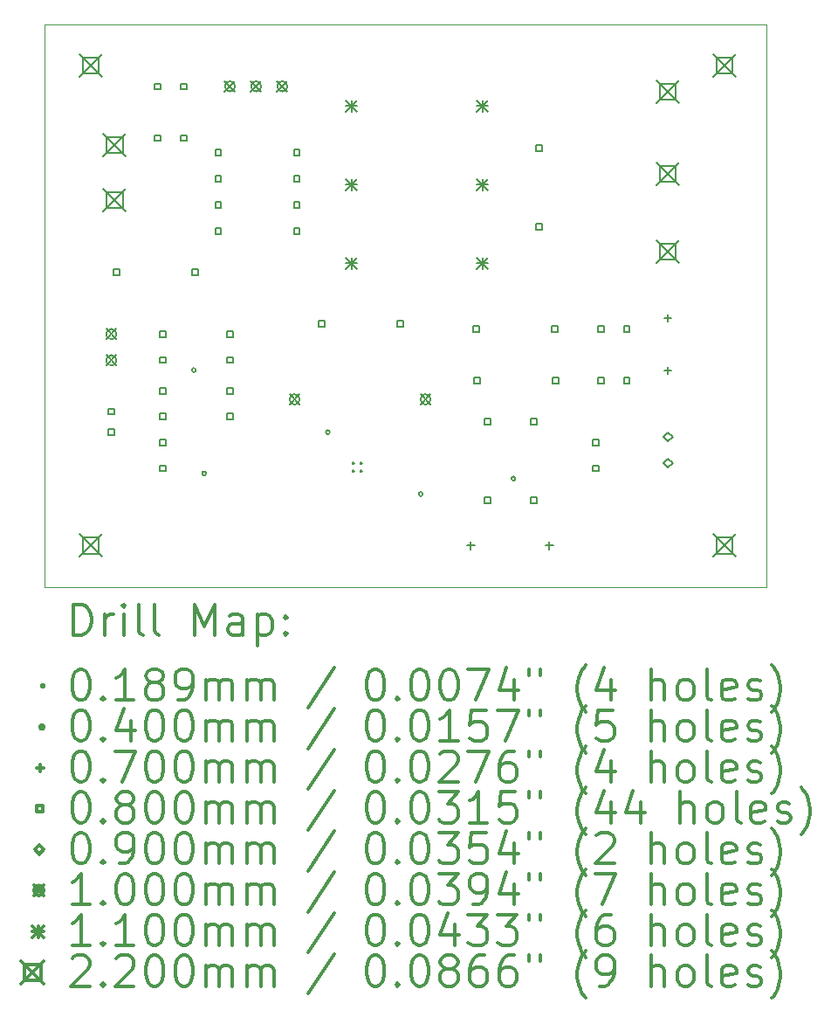
<source format=gbr>
%FSLAX45Y45*%
G04 Gerber Fmt 4.5, Leading zero omitted, Abs format (unit mm)*
G04 Created by KiCad (PCBNEW 5.1.10) date 2021-06-23 13:28:10*
%MOMM*%
%LPD*%
G01*
G04 APERTURE LIST*
%TA.AperFunction,Profile*%
%ADD10C,0.050000*%
%TD*%
%ADD11C,0.200000*%
%ADD12C,0.300000*%
G04 APERTURE END LIST*
D10*
X4100000Y-8500000D02*
X11100000Y-8500000D01*
X4100000Y-13950000D02*
X4100000Y-8500000D01*
X11100000Y-13950000D02*
X4100000Y-13950000D01*
X11100000Y-8500000D02*
X11100000Y-13950000D01*
D11*
X7090562Y-12740612D02*
X7109437Y-12759487D01*
X7109437Y-12740612D02*
X7090562Y-12759487D01*
X7090562Y-12816112D02*
X7109437Y-12834987D01*
X7109437Y-12816112D02*
X7090562Y-12834987D01*
X7166062Y-12740612D02*
X7184937Y-12759487D01*
X7184937Y-12740612D02*
X7166062Y-12759487D01*
X7166062Y-12816112D02*
X7184937Y-12834987D01*
X7184937Y-12816112D02*
X7166062Y-12834987D01*
X5570000Y-11850000D02*
G75*
G03*
X5570000Y-11850000I-20000J0D01*
G01*
X5670000Y-12850000D02*
G75*
G03*
X5670000Y-12850000I-20000J0D01*
G01*
X6870000Y-12450000D02*
G75*
G03*
X6870000Y-12450000I-20000J0D01*
G01*
X7770000Y-13050000D02*
G75*
G03*
X7770000Y-13050000I-20000J0D01*
G01*
X8670000Y-12900000D02*
G75*
G03*
X8670000Y-12900000I-20000J0D01*
G01*
X8238000Y-13515000D02*
X8238000Y-13585000D01*
X8203000Y-13550000D02*
X8273000Y-13550000D01*
X9000000Y-13515000D02*
X9000000Y-13585000D01*
X8965000Y-13550000D02*
X9035000Y-13550000D01*
X10150000Y-11307000D02*
X10150000Y-11377000D01*
X10115000Y-11342000D02*
X10185000Y-11342000D01*
X10150000Y-11815000D02*
X10150000Y-11885000D01*
X10115000Y-11850000D02*
X10185000Y-11850000D01*
X4778285Y-12278284D02*
X4778285Y-12221715D01*
X4721716Y-12221715D01*
X4721716Y-12278284D01*
X4778285Y-12278284D01*
X4778285Y-12478284D02*
X4778285Y-12421715D01*
X4721716Y-12421715D01*
X4721716Y-12478284D01*
X4778285Y-12478284D01*
X4828285Y-10928285D02*
X4828285Y-10871716D01*
X4771716Y-10871716D01*
X4771716Y-10928285D01*
X4828285Y-10928285D01*
X5228285Y-9128285D02*
X5228285Y-9071716D01*
X5171716Y-9071716D01*
X5171716Y-9128285D01*
X5228285Y-9128285D01*
X5228285Y-9628285D02*
X5228285Y-9571716D01*
X5171716Y-9571716D01*
X5171716Y-9628285D01*
X5228285Y-9628285D01*
X5278285Y-11528284D02*
X5278285Y-11471715D01*
X5221716Y-11471715D01*
X5221716Y-11528284D01*
X5278285Y-11528284D01*
X5278285Y-11778284D02*
X5278285Y-11721715D01*
X5221716Y-11721715D01*
X5221716Y-11778284D01*
X5278285Y-11778284D01*
X5278285Y-12078284D02*
X5278285Y-12021715D01*
X5221716Y-12021715D01*
X5221716Y-12078284D01*
X5278285Y-12078284D01*
X5278285Y-12328284D02*
X5278285Y-12271715D01*
X5221716Y-12271715D01*
X5221716Y-12328284D01*
X5278285Y-12328284D01*
X5278285Y-12578284D02*
X5278285Y-12521715D01*
X5221716Y-12521715D01*
X5221716Y-12578284D01*
X5278285Y-12578284D01*
X5278285Y-12828284D02*
X5278285Y-12771715D01*
X5221716Y-12771715D01*
X5221716Y-12828284D01*
X5278285Y-12828284D01*
X5478285Y-9128285D02*
X5478285Y-9071716D01*
X5421716Y-9071716D01*
X5421716Y-9128285D01*
X5478285Y-9128285D01*
X5478285Y-9628285D02*
X5478285Y-9571716D01*
X5421716Y-9571716D01*
X5421716Y-9628285D01*
X5478285Y-9628285D01*
X5590285Y-10928285D02*
X5590285Y-10871716D01*
X5533716Y-10871716D01*
X5533716Y-10928285D01*
X5590285Y-10928285D01*
X5816284Y-9766285D02*
X5816284Y-9709716D01*
X5759715Y-9709716D01*
X5759715Y-9766285D01*
X5816284Y-9766285D01*
X5816284Y-10020285D02*
X5816284Y-9963716D01*
X5759715Y-9963716D01*
X5759715Y-10020285D01*
X5816284Y-10020285D01*
X5816284Y-10274285D02*
X5816284Y-10217716D01*
X5759715Y-10217716D01*
X5759715Y-10274285D01*
X5816284Y-10274285D01*
X5816284Y-10528285D02*
X5816284Y-10471716D01*
X5759715Y-10471716D01*
X5759715Y-10528285D01*
X5816284Y-10528285D01*
X5928284Y-11528284D02*
X5928284Y-11471715D01*
X5871715Y-11471715D01*
X5871715Y-11528284D01*
X5928284Y-11528284D01*
X5928284Y-11778284D02*
X5928284Y-11721715D01*
X5871715Y-11721715D01*
X5871715Y-11778284D01*
X5928284Y-11778284D01*
X5928284Y-12078284D02*
X5928284Y-12021715D01*
X5871715Y-12021715D01*
X5871715Y-12078284D01*
X5928284Y-12078284D01*
X5928284Y-12328284D02*
X5928284Y-12271715D01*
X5871715Y-12271715D01*
X5871715Y-12328284D01*
X5928284Y-12328284D01*
X6578284Y-9766285D02*
X6578284Y-9709716D01*
X6521715Y-9709716D01*
X6521715Y-9766285D01*
X6578284Y-9766285D01*
X6578284Y-10020285D02*
X6578284Y-9963716D01*
X6521715Y-9963716D01*
X6521715Y-10020285D01*
X6578284Y-10020285D01*
X6578284Y-10274285D02*
X6578284Y-10217716D01*
X6521715Y-10217716D01*
X6521715Y-10274285D01*
X6578284Y-10274285D01*
X6578284Y-10528285D02*
X6578284Y-10471716D01*
X6521715Y-10471716D01*
X6521715Y-10528285D01*
X6578284Y-10528285D01*
X6816284Y-11428284D02*
X6816284Y-11371715D01*
X6759715Y-11371715D01*
X6759715Y-11428284D01*
X6816284Y-11428284D01*
X7578284Y-11428284D02*
X7578284Y-11371715D01*
X7521715Y-11371715D01*
X7521715Y-11428284D01*
X7578284Y-11428284D01*
X8316284Y-11478284D02*
X8316284Y-11421715D01*
X8259715Y-11421715D01*
X8259715Y-11478284D01*
X8316284Y-11478284D01*
X8328284Y-11978284D02*
X8328284Y-11921715D01*
X8271715Y-11921715D01*
X8271715Y-11978284D01*
X8328284Y-11978284D01*
X8428285Y-12378284D02*
X8428285Y-12321715D01*
X8371715Y-12321715D01*
X8371715Y-12378284D01*
X8428285Y-12378284D01*
X8428285Y-13140284D02*
X8428285Y-13083715D01*
X8371715Y-13083715D01*
X8371715Y-13140284D01*
X8428285Y-13140284D01*
X8878285Y-12378284D02*
X8878285Y-12321715D01*
X8821716Y-12321715D01*
X8821716Y-12378284D01*
X8878285Y-12378284D01*
X8878285Y-13140284D02*
X8878285Y-13083715D01*
X8821716Y-13083715D01*
X8821716Y-13140284D01*
X8878285Y-13140284D01*
X8928285Y-9728285D02*
X8928285Y-9671716D01*
X8871716Y-9671716D01*
X8871716Y-9728285D01*
X8928285Y-9728285D01*
X8928285Y-10490285D02*
X8928285Y-10433716D01*
X8871716Y-10433716D01*
X8871716Y-10490285D01*
X8928285Y-10490285D01*
X9078285Y-11478284D02*
X9078285Y-11421715D01*
X9021716Y-11421715D01*
X9021716Y-11478284D01*
X9078285Y-11478284D01*
X9090285Y-11978284D02*
X9090285Y-11921715D01*
X9033716Y-11921715D01*
X9033716Y-11978284D01*
X9090285Y-11978284D01*
X9478285Y-12578284D02*
X9478285Y-12521715D01*
X9421716Y-12521715D01*
X9421716Y-12578284D01*
X9478285Y-12578284D01*
X9478285Y-12828284D02*
X9478285Y-12771715D01*
X9421716Y-12771715D01*
X9421716Y-12828284D01*
X9478285Y-12828284D01*
X9528285Y-11478284D02*
X9528285Y-11421715D01*
X9471716Y-11421715D01*
X9471716Y-11478284D01*
X9528285Y-11478284D01*
X9528285Y-11978284D02*
X9528285Y-11921715D01*
X9471716Y-11921715D01*
X9471716Y-11978284D01*
X9528285Y-11978284D01*
X9778285Y-11478284D02*
X9778285Y-11421715D01*
X9721716Y-11421715D01*
X9721716Y-11478284D01*
X9778285Y-11478284D01*
X9778285Y-11978284D02*
X9778285Y-11921715D01*
X9721716Y-11921715D01*
X9721716Y-11978284D01*
X9778285Y-11978284D01*
X10150000Y-12541000D02*
X10195000Y-12496000D01*
X10150000Y-12451000D01*
X10105000Y-12496000D01*
X10150000Y-12541000D01*
X10150000Y-12795000D02*
X10195000Y-12750000D01*
X10150000Y-12705000D01*
X10105000Y-12750000D01*
X10150000Y-12795000D01*
X4700000Y-11450000D02*
X4800000Y-11550000D01*
X4800000Y-11450000D02*
X4700000Y-11550000D01*
X4800000Y-11500000D02*
G75*
G03*
X4800000Y-11500000I-50000J0D01*
G01*
X4700000Y-11704000D02*
X4800000Y-11804000D01*
X4800000Y-11704000D02*
X4700000Y-11804000D01*
X4800000Y-11754000D02*
G75*
G03*
X4800000Y-11754000I-50000J0D01*
G01*
X5850000Y-9050000D02*
X5950000Y-9150000D01*
X5950000Y-9050000D02*
X5850000Y-9150000D01*
X5950000Y-9100000D02*
G75*
G03*
X5950000Y-9100000I-50000J0D01*
G01*
X6104000Y-9050000D02*
X6204000Y-9150000D01*
X6204000Y-9050000D02*
X6104000Y-9150000D01*
X6204000Y-9100000D02*
G75*
G03*
X6204000Y-9100000I-50000J0D01*
G01*
X6358000Y-9050000D02*
X6458000Y-9150000D01*
X6458000Y-9050000D02*
X6358000Y-9150000D01*
X6458000Y-9100000D02*
G75*
G03*
X6458000Y-9100000I-50000J0D01*
G01*
X6477500Y-12082500D02*
X6577500Y-12182500D01*
X6577500Y-12082500D02*
X6477500Y-12182500D01*
X6577500Y-12132500D02*
G75*
G03*
X6577500Y-12132500I-50000J0D01*
G01*
X7747500Y-12082500D02*
X7847500Y-12182500D01*
X7847500Y-12082500D02*
X7747500Y-12182500D01*
X7847500Y-12132500D02*
G75*
G03*
X7847500Y-12132500I-50000J0D01*
G01*
X7025000Y-9233000D02*
X7135000Y-9343000D01*
X7135000Y-9233000D02*
X7025000Y-9343000D01*
X7080000Y-9233000D02*
X7080000Y-9343000D01*
X7025000Y-9288000D02*
X7135000Y-9288000D01*
X7025000Y-9995000D02*
X7135000Y-10105000D01*
X7135000Y-9995000D02*
X7025000Y-10105000D01*
X7080000Y-9995000D02*
X7080000Y-10105000D01*
X7025000Y-10050000D02*
X7135000Y-10050000D01*
X7025000Y-10757000D02*
X7135000Y-10867000D01*
X7135000Y-10757000D02*
X7025000Y-10867000D01*
X7080000Y-10757000D02*
X7080000Y-10867000D01*
X7025000Y-10812000D02*
X7135000Y-10812000D01*
X8295000Y-9233000D02*
X8405000Y-9343000D01*
X8405000Y-9233000D02*
X8295000Y-9343000D01*
X8350000Y-9233000D02*
X8350000Y-9343000D01*
X8295000Y-9288000D02*
X8405000Y-9288000D01*
X8295000Y-9995000D02*
X8405000Y-10105000D01*
X8405000Y-9995000D02*
X8295000Y-10105000D01*
X8350000Y-9995000D02*
X8350000Y-10105000D01*
X8295000Y-10050000D02*
X8405000Y-10050000D01*
X8295000Y-10757000D02*
X8405000Y-10867000D01*
X8405000Y-10757000D02*
X8295000Y-10867000D01*
X8350000Y-10757000D02*
X8350000Y-10867000D01*
X8295000Y-10812000D02*
X8405000Y-10812000D01*
X4440000Y-8790000D02*
X4660000Y-9010000D01*
X4660000Y-8790000D02*
X4440000Y-9010000D01*
X4627783Y-8977783D02*
X4627783Y-8822218D01*
X4472218Y-8822218D01*
X4472218Y-8977783D01*
X4627783Y-8977783D01*
X4440000Y-13440000D02*
X4660000Y-13660000D01*
X4660000Y-13440000D02*
X4440000Y-13660000D01*
X4627783Y-13627782D02*
X4627783Y-13472217D01*
X4472218Y-13472217D01*
X4472218Y-13627782D01*
X4627783Y-13627782D01*
X4672500Y-9557500D02*
X4892500Y-9777500D01*
X4892500Y-9557500D02*
X4672500Y-9777500D01*
X4860283Y-9745283D02*
X4860283Y-9589718D01*
X4704718Y-9589718D01*
X4704718Y-9745283D01*
X4860283Y-9745283D01*
X4672500Y-10092500D02*
X4892500Y-10312500D01*
X4892500Y-10092500D02*
X4672500Y-10312500D01*
X4860283Y-10280283D02*
X4860283Y-10124718D01*
X4704718Y-10124718D01*
X4704718Y-10280283D01*
X4860283Y-10280283D01*
X10040000Y-9040000D02*
X10260000Y-9260000D01*
X10260000Y-9040000D02*
X10040000Y-9260000D01*
X10227783Y-9227783D02*
X10227783Y-9072218D01*
X10072218Y-9072218D01*
X10072218Y-9227783D01*
X10227783Y-9227783D01*
X10040000Y-9840000D02*
X10260000Y-10060000D01*
X10260000Y-9840000D02*
X10040000Y-10060000D01*
X10227783Y-10027783D02*
X10227783Y-9872218D01*
X10072218Y-9872218D01*
X10072218Y-10027783D01*
X10227783Y-10027783D01*
X10040000Y-10590000D02*
X10260000Y-10810000D01*
X10260000Y-10590000D02*
X10040000Y-10810000D01*
X10227783Y-10777783D02*
X10227783Y-10622218D01*
X10072218Y-10622218D01*
X10072218Y-10777783D01*
X10227783Y-10777783D01*
X10590000Y-8790000D02*
X10810000Y-9010000D01*
X10810000Y-8790000D02*
X10590000Y-9010000D01*
X10777783Y-8977783D02*
X10777783Y-8822218D01*
X10622218Y-8822218D01*
X10622218Y-8977783D01*
X10777783Y-8977783D01*
X10590000Y-13440000D02*
X10810000Y-13660000D01*
X10810000Y-13440000D02*
X10590000Y-13660000D01*
X10777783Y-13627782D02*
X10777783Y-13472217D01*
X10622218Y-13472217D01*
X10622218Y-13627782D01*
X10777783Y-13627782D01*
D12*
X4383928Y-14418214D02*
X4383928Y-14118214D01*
X4455357Y-14118214D01*
X4498214Y-14132500D01*
X4526786Y-14161071D01*
X4541071Y-14189643D01*
X4555357Y-14246786D01*
X4555357Y-14289643D01*
X4541071Y-14346786D01*
X4526786Y-14375357D01*
X4498214Y-14403929D01*
X4455357Y-14418214D01*
X4383928Y-14418214D01*
X4683928Y-14418214D02*
X4683928Y-14218214D01*
X4683928Y-14275357D02*
X4698214Y-14246786D01*
X4712500Y-14232500D01*
X4741071Y-14218214D01*
X4769643Y-14218214D01*
X4869643Y-14418214D02*
X4869643Y-14218214D01*
X4869643Y-14118214D02*
X4855357Y-14132500D01*
X4869643Y-14146786D01*
X4883928Y-14132500D01*
X4869643Y-14118214D01*
X4869643Y-14146786D01*
X5055357Y-14418214D02*
X5026786Y-14403929D01*
X5012500Y-14375357D01*
X5012500Y-14118214D01*
X5212500Y-14418214D02*
X5183928Y-14403929D01*
X5169643Y-14375357D01*
X5169643Y-14118214D01*
X5555357Y-14418214D02*
X5555357Y-14118214D01*
X5655357Y-14332500D01*
X5755357Y-14118214D01*
X5755357Y-14418214D01*
X6026786Y-14418214D02*
X6026786Y-14261071D01*
X6012500Y-14232500D01*
X5983928Y-14218214D01*
X5926786Y-14218214D01*
X5898214Y-14232500D01*
X6026786Y-14403929D02*
X5998214Y-14418214D01*
X5926786Y-14418214D01*
X5898214Y-14403929D01*
X5883928Y-14375357D01*
X5883928Y-14346786D01*
X5898214Y-14318214D01*
X5926786Y-14303929D01*
X5998214Y-14303929D01*
X6026786Y-14289643D01*
X6169643Y-14218214D02*
X6169643Y-14518214D01*
X6169643Y-14232500D02*
X6198214Y-14218214D01*
X6255357Y-14218214D01*
X6283928Y-14232500D01*
X6298214Y-14246786D01*
X6312500Y-14275357D01*
X6312500Y-14361071D01*
X6298214Y-14389643D01*
X6283928Y-14403929D01*
X6255357Y-14418214D01*
X6198214Y-14418214D01*
X6169643Y-14403929D01*
X6441071Y-14389643D02*
X6455357Y-14403929D01*
X6441071Y-14418214D01*
X6426786Y-14403929D01*
X6441071Y-14389643D01*
X6441071Y-14418214D01*
X6441071Y-14232500D02*
X6455357Y-14246786D01*
X6441071Y-14261071D01*
X6426786Y-14246786D01*
X6441071Y-14232500D01*
X6441071Y-14261071D01*
X4078625Y-14903063D02*
X4097500Y-14921938D01*
X4097500Y-14903063D02*
X4078625Y-14921938D01*
X4441071Y-14748214D02*
X4469643Y-14748214D01*
X4498214Y-14762500D01*
X4512500Y-14776786D01*
X4526786Y-14805357D01*
X4541071Y-14862500D01*
X4541071Y-14933929D01*
X4526786Y-14991071D01*
X4512500Y-15019643D01*
X4498214Y-15033929D01*
X4469643Y-15048214D01*
X4441071Y-15048214D01*
X4412500Y-15033929D01*
X4398214Y-15019643D01*
X4383928Y-14991071D01*
X4369643Y-14933929D01*
X4369643Y-14862500D01*
X4383928Y-14805357D01*
X4398214Y-14776786D01*
X4412500Y-14762500D01*
X4441071Y-14748214D01*
X4669643Y-15019643D02*
X4683928Y-15033929D01*
X4669643Y-15048214D01*
X4655357Y-15033929D01*
X4669643Y-15019643D01*
X4669643Y-15048214D01*
X4969643Y-15048214D02*
X4798214Y-15048214D01*
X4883928Y-15048214D02*
X4883928Y-14748214D01*
X4855357Y-14791071D01*
X4826786Y-14819643D01*
X4798214Y-14833929D01*
X5141071Y-14876786D02*
X5112500Y-14862500D01*
X5098214Y-14848214D01*
X5083928Y-14819643D01*
X5083928Y-14805357D01*
X5098214Y-14776786D01*
X5112500Y-14762500D01*
X5141071Y-14748214D01*
X5198214Y-14748214D01*
X5226786Y-14762500D01*
X5241071Y-14776786D01*
X5255357Y-14805357D01*
X5255357Y-14819643D01*
X5241071Y-14848214D01*
X5226786Y-14862500D01*
X5198214Y-14876786D01*
X5141071Y-14876786D01*
X5112500Y-14891071D01*
X5098214Y-14905357D01*
X5083928Y-14933929D01*
X5083928Y-14991071D01*
X5098214Y-15019643D01*
X5112500Y-15033929D01*
X5141071Y-15048214D01*
X5198214Y-15048214D01*
X5226786Y-15033929D01*
X5241071Y-15019643D01*
X5255357Y-14991071D01*
X5255357Y-14933929D01*
X5241071Y-14905357D01*
X5226786Y-14891071D01*
X5198214Y-14876786D01*
X5398214Y-15048214D02*
X5455357Y-15048214D01*
X5483928Y-15033929D01*
X5498214Y-15019643D01*
X5526786Y-14976786D01*
X5541071Y-14919643D01*
X5541071Y-14805357D01*
X5526786Y-14776786D01*
X5512500Y-14762500D01*
X5483928Y-14748214D01*
X5426786Y-14748214D01*
X5398214Y-14762500D01*
X5383928Y-14776786D01*
X5369643Y-14805357D01*
X5369643Y-14876786D01*
X5383928Y-14905357D01*
X5398214Y-14919643D01*
X5426786Y-14933929D01*
X5483928Y-14933929D01*
X5512500Y-14919643D01*
X5526786Y-14905357D01*
X5541071Y-14876786D01*
X5669643Y-15048214D02*
X5669643Y-14848214D01*
X5669643Y-14876786D02*
X5683928Y-14862500D01*
X5712500Y-14848214D01*
X5755357Y-14848214D01*
X5783928Y-14862500D01*
X5798214Y-14891071D01*
X5798214Y-15048214D01*
X5798214Y-14891071D02*
X5812500Y-14862500D01*
X5841071Y-14848214D01*
X5883928Y-14848214D01*
X5912500Y-14862500D01*
X5926786Y-14891071D01*
X5926786Y-15048214D01*
X6069643Y-15048214D02*
X6069643Y-14848214D01*
X6069643Y-14876786D02*
X6083928Y-14862500D01*
X6112500Y-14848214D01*
X6155357Y-14848214D01*
X6183928Y-14862500D01*
X6198214Y-14891071D01*
X6198214Y-15048214D01*
X6198214Y-14891071D02*
X6212500Y-14862500D01*
X6241071Y-14848214D01*
X6283928Y-14848214D01*
X6312500Y-14862500D01*
X6326786Y-14891071D01*
X6326786Y-15048214D01*
X6912500Y-14733929D02*
X6655357Y-15119643D01*
X7298214Y-14748214D02*
X7326786Y-14748214D01*
X7355357Y-14762500D01*
X7369643Y-14776786D01*
X7383928Y-14805357D01*
X7398214Y-14862500D01*
X7398214Y-14933929D01*
X7383928Y-14991071D01*
X7369643Y-15019643D01*
X7355357Y-15033929D01*
X7326786Y-15048214D01*
X7298214Y-15048214D01*
X7269643Y-15033929D01*
X7255357Y-15019643D01*
X7241071Y-14991071D01*
X7226786Y-14933929D01*
X7226786Y-14862500D01*
X7241071Y-14805357D01*
X7255357Y-14776786D01*
X7269643Y-14762500D01*
X7298214Y-14748214D01*
X7526786Y-15019643D02*
X7541071Y-15033929D01*
X7526786Y-15048214D01*
X7512500Y-15033929D01*
X7526786Y-15019643D01*
X7526786Y-15048214D01*
X7726786Y-14748214D02*
X7755357Y-14748214D01*
X7783928Y-14762500D01*
X7798214Y-14776786D01*
X7812500Y-14805357D01*
X7826786Y-14862500D01*
X7826786Y-14933929D01*
X7812500Y-14991071D01*
X7798214Y-15019643D01*
X7783928Y-15033929D01*
X7755357Y-15048214D01*
X7726786Y-15048214D01*
X7698214Y-15033929D01*
X7683928Y-15019643D01*
X7669643Y-14991071D01*
X7655357Y-14933929D01*
X7655357Y-14862500D01*
X7669643Y-14805357D01*
X7683928Y-14776786D01*
X7698214Y-14762500D01*
X7726786Y-14748214D01*
X8012500Y-14748214D02*
X8041071Y-14748214D01*
X8069643Y-14762500D01*
X8083928Y-14776786D01*
X8098214Y-14805357D01*
X8112500Y-14862500D01*
X8112500Y-14933929D01*
X8098214Y-14991071D01*
X8083928Y-15019643D01*
X8069643Y-15033929D01*
X8041071Y-15048214D01*
X8012500Y-15048214D01*
X7983928Y-15033929D01*
X7969643Y-15019643D01*
X7955357Y-14991071D01*
X7941071Y-14933929D01*
X7941071Y-14862500D01*
X7955357Y-14805357D01*
X7969643Y-14776786D01*
X7983928Y-14762500D01*
X8012500Y-14748214D01*
X8212500Y-14748214D02*
X8412500Y-14748214D01*
X8283928Y-15048214D01*
X8655357Y-14848214D02*
X8655357Y-15048214D01*
X8583928Y-14733929D02*
X8512500Y-14948214D01*
X8698214Y-14948214D01*
X8798214Y-14748214D02*
X8798214Y-14805357D01*
X8912500Y-14748214D02*
X8912500Y-14805357D01*
X9355357Y-15162500D02*
X9341071Y-15148214D01*
X9312500Y-15105357D01*
X9298214Y-15076786D01*
X9283928Y-15033929D01*
X9269643Y-14962500D01*
X9269643Y-14905357D01*
X9283928Y-14833929D01*
X9298214Y-14791071D01*
X9312500Y-14762500D01*
X9341071Y-14719643D01*
X9355357Y-14705357D01*
X9598214Y-14848214D02*
X9598214Y-15048214D01*
X9526786Y-14733929D02*
X9455357Y-14948214D01*
X9641071Y-14948214D01*
X9983928Y-15048214D02*
X9983928Y-14748214D01*
X10112500Y-15048214D02*
X10112500Y-14891071D01*
X10098214Y-14862500D01*
X10069643Y-14848214D01*
X10026786Y-14848214D01*
X9998214Y-14862500D01*
X9983928Y-14876786D01*
X10298214Y-15048214D02*
X10269643Y-15033929D01*
X10255357Y-15019643D01*
X10241071Y-14991071D01*
X10241071Y-14905357D01*
X10255357Y-14876786D01*
X10269643Y-14862500D01*
X10298214Y-14848214D01*
X10341071Y-14848214D01*
X10369643Y-14862500D01*
X10383928Y-14876786D01*
X10398214Y-14905357D01*
X10398214Y-14991071D01*
X10383928Y-15019643D01*
X10369643Y-15033929D01*
X10341071Y-15048214D01*
X10298214Y-15048214D01*
X10569643Y-15048214D02*
X10541071Y-15033929D01*
X10526786Y-15005357D01*
X10526786Y-14748214D01*
X10798214Y-15033929D02*
X10769643Y-15048214D01*
X10712500Y-15048214D01*
X10683928Y-15033929D01*
X10669643Y-15005357D01*
X10669643Y-14891071D01*
X10683928Y-14862500D01*
X10712500Y-14848214D01*
X10769643Y-14848214D01*
X10798214Y-14862500D01*
X10812500Y-14891071D01*
X10812500Y-14919643D01*
X10669643Y-14948214D01*
X10926786Y-15033929D02*
X10955357Y-15048214D01*
X11012500Y-15048214D01*
X11041071Y-15033929D01*
X11055357Y-15005357D01*
X11055357Y-14991071D01*
X11041071Y-14962500D01*
X11012500Y-14948214D01*
X10969643Y-14948214D01*
X10941071Y-14933929D01*
X10926786Y-14905357D01*
X10926786Y-14891071D01*
X10941071Y-14862500D01*
X10969643Y-14848214D01*
X11012500Y-14848214D01*
X11041071Y-14862500D01*
X11155357Y-15162500D02*
X11169643Y-15148214D01*
X11198214Y-15105357D01*
X11212500Y-15076786D01*
X11226786Y-15033929D01*
X11241071Y-14962500D01*
X11241071Y-14905357D01*
X11226786Y-14833929D01*
X11212500Y-14791071D01*
X11198214Y-14762500D01*
X11169643Y-14719643D01*
X11155357Y-14705357D01*
X4097500Y-15308500D02*
G75*
G03*
X4097500Y-15308500I-20000J0D01*
G01*
X4441071Y-15144214D02*
X4469643Y-15144214D01*
X4498214Y-15158500D01*
X4512500Y-15172786D01*
X4526786Y-15201357D01*
X4541071Y-15258500D01*
X4541071Y-15329929D01*
X4526786Y-15387071D01*
X4512500Y-15415643D01*
X4498214Y-15429929D01*
X4469643Y-15444214D01*
X4441071Y-15444214D01*
X4412500Y-15429929D01*
X4398214Y-15415643D01*
X4383928Y-15387071D01*
X4369643Y-15329929D01*
X4369643Y-15258500D01*
X4383928Y-15201357D01*
X4398214Y-15172786D01*
X4412500Y-15158500D01*
X4441071Y-15144214D01*
X4669643Y-15415643D02*
X4683928Y-15429929D01*
X4669643Y-15444214D01*
X4655357Y-15429929D01*
X4669643Y-15415643D01*
X4669643Y-15444214D01*
X4941071Y-15244214D02*
X4941071Y-15444214D01*
X4869643Y-15129929D02*
X4798214Y-15344214D01*
X4983928Y-15344214D01*
X5155357Y-15144214D02*
X5183928Y-15144214D01*
X5212500Y-15158500D01*
X5226786Y-15172786D01*
X5241071Y-15201357D01*
X5255357Y-15258500D01*
X5255357Y-15329929D01*
X5241071Y-15387071D01*
X5226786Y-15415643D01*
X5212500Y-15429929D01*
X5183928Y-15444214D01*
X5155357Y-15444214D01*
X5126786Y-15429929D01*
X5112500Y-15415643D01*
X5098214Y-15387071D01*
X5083928Y-15329929D01*
X5083928Y-15258500D01*
X5098214Y-15201357D01*
X5112500Y-15172786D01*
X5126786Y-15158500D01*
X5155357Y-15144214D01*
X5441071Y-15144214D02*
X5469643Y-15144214D01*
X5498214Y-15158500D01*
X5512500Y-15172786D01*
X5526786Y-15201357D01*
X5541071Y-15258500D01*
X5541071Y-15329929D01*
X5526786Y-15387071D01*
X5512500Y-15415643D01*
X5498214Y-15429929D01*
X5469643Y-15444214D01*
X5441071Y-15444214D01*
X5412500Y-15429929D01*
X5398214Y-15415643D01*
X5383928Y-15387071D01*
X5369643Y-15329929D01*
X5369643Y-15258500D01*
X5383928Y-15201357D01*
X5398214Y-15172786D01*
X5412500Y-15158500D01*
X5441071Y-15144214D01*
X5669643Y-15444214D02*
X5669643Y-15244214D01*
X5669643Y-15272786D02*
X5683928Y-15258500D01*
X5712500Y-15244214D01*
X5755357Y-15244214D01*
X5783928Y-15258500D01*
X5798214Y-15287071D01*
X5798214Y-15444214D01*
X5798214Y-15287071D02*
X5812500Y-15258500D01*
X5841071Y-15244214D01*
X5883928Y-15244214D01*
X5912500Y-15258500D01*
X5926786Y-15287071D01*
X5926786Y-15444214D01*
X6069643Y-15444214D02*
X6069643Y-15244214D01*
X6069643Y-15272786D02*
X6083928Y-15258500D01*
X6112500Y-15244214D01*
X6155357Y-15244214D01*
X6183928Y-15258500D01*
X6198214Y-15287071D01*
X6198214Y-15444214D01*
X6198214Y-15287071D02*
X6212500Y-15258500D01*
X6241071Y-15244214D01*
X6283928Y-15244214D01*
X6312500Y-15258500D01*
X6326786Y-15287071D01*
X6326786Y-15444214D01*
X6912500Y-15129929D02*
X6655357Y-15515643D01*
X7298214Y-15144214D02*
X7326786Y-15144214D01*
X7355357Y-15158500D01*
X7369643Y-15172786D01*
X7383928Y-15201357D01*
X7398214Y-15258500D01*
X7398214Y-15329929D01*
X7383928Y-15387071D01*
X7369643Y-15415643D01*
X7355357Y-15429929D01*
X7326786Y-15444214D01*
X7298214Y-15444214D01*
X7269643Y-15429929D01*
X7255357Y-15415643D01*
X7241071Y-15387071D01*
X7226786Y-15329929D01*
X7226786Y-15258500D01*
X7241071Y-15201357D01*
X7255357Y-15172786D01*
X7269643Y-15158500D01*
X7298214Y-15144214D01*
X7526786Y-15415643D02*
X7541071Y-15429929D01*
X7526786Y-15444214D01*
X7512500Y-15429929D01*
X7526786Y-15415643D01*
X7526786Y-15444214D01*
X7726786Y-15144214D02*
X7755357Y-15144214D01*
X7783928Y-15158500D01*
X7798214Y-15172786D01*
X7812500Y-15201357D01*
X7826786Y-15258500D01*
X7826786Y-15329929D01*
X7812500Y-15387071D01*
X7798214Y-15415643D01*
X7783928Y-15429929D01*
X7755357Y-15444214D01*
X7726786Y-15444214D01*
X7698214Y-15429929D01*
X7683928Y-15415643D01*
X7669643Y-15387071D01*
X7655357Y-15329929D01*
X7655357Y-15258500D01*
X7669643Y-15201357D01*
X7683928Y-15172786D01*
X7698214Y-15158500D01*
X7726786Y-15144214D01*
X8112500Y-15444214D02*
X7941071Y-15444214D01*
X8026786Y-15444214D02*
X8026786Y-15144214D01*
X7998214Y-15187071D01*
X7969643Y-15215643D01*
X7941071Y-15229929D01*
X8383928Y-15144214D02*
X8241071Y-15144214D01*
X8226786Y-15287071D01*
X8241071Y-15272786D01*
X8269643Y-15258500D01*
X8341071Y-15258500D01*
X8369643Y-15272786D01*
X8383928Y-15287071D01*
X8398214Y-15315643D01*
X8398214Y-15387071D01*
X8383928Y-15415643D01*
X8369643Y-15429929D01*
X8341071Y-15444214D01*
X8269643Y-15444214D01*
X8241071Y-15429929D01*
X8226786Y-15415643D01*
X8498214Y-15144214D02*
X8698214Y-15144214D01*
X8569643Y-15444214D01*
X8798214Y-15144214D02*
X8798214Y-15201357D01*
X8912500Y-15144214D02*
X8912500Y-15201357D01*
X9355357Y-15558500D02*
X9341071Y-15544214D01*
X9312500Y-15501357D01*
X9298214Y-15472786D01*
X9283928Y-15429929D01*
X9269643Y-15358500D01*
X9269643Y-15301357D01*
X9283928Y-15229929D01*
X9298214Y-15187071D01*
X9312500Y-15158500D01*
X9341071Y-15115643D01*
X9355357Y-15101357D01*
X9612500Y-15144214D02*
X9469643Y-15144214D01*
X9455357Y-15287071D01*
X9469643Y-15272786D01*
X9498214Y-15258500D01*
X9569643Y-15258500D01*
X9598214Y-15272786D01*
X9612500Y-15287071D01*
X9626786Y-15315643D01*
X9626786Y-15387071D01*
X9612500Y-15415643D01*
X9598214Y-15429929D01*
X9569643Y-15444214D01*
X9498214Y-15444214D01*
X9469643Y-15429929D01*
X9455357Y-15415643D01*
X9983928Y-15444214D02*
X9983928Y-15144214D01*
X10112500Y-15444214D02*
X10112500Y-15287071D01*
X10098214Y-15258500D01*
X10069643Y-15244214D01*
X10026786Y-15244214D01*
X9998214Y-15258500D01*
X9983928Y-15272786D01*
X10298214Y-15444214D02*
X10269643Y-15429929D01*
X10255357Y-15415643D01*
X10241071Y-15387071D01*
X10241071Y-15301357D01*
X10255357Y-15272786D01*
X10269643Y-15258500D01*
X10298214Y-15244214D01*
X10341071Y-15244214D01*
X10369643Y-15258500D01*
X10383928Y-15272786D01*
X10398214Y-15301357D01*
X10398214Y-15387071D01*
X10383928Y-15415643D01*
X10369643Y-15429929D01*
X10341071Y-15444214D01*
X10298214Y-15444214D01*
X10569643Y-15444214D02*
X10541071Y-15429929D01*
X10526786Y-15401357D01*
X10526786Y-15144214D01*
X10798214Y-15429929D02*
X10769643Y-15444214D01*
X10712500Y-15444214D01*
X10683928Y-15429929D01*
X10669643Y-15401357D01*
X10669643Y-15287071D01*
X10683928Y-15258500D01*
X10712500Y-15244214D01*
X10769643Y-15244214D01*
X10798214Y-15258500D01*
X10812500Y-15287071D01*
X10812500Y-15315643D01*
X10669643Y-15344214D01*
X10926786Y-15429929D02*
X10955357Y-15444214D01*
X11012500Y-15444214D01*
X11041071Y-15429929D01*
X11055357Y-15401357D01*
X11055357Y-15387071D01*
X11041071Y-15358500D01*
X11012500Y-15344214D01*
X10969643Y-15344214D01*
X10941071Y-15329929D01*
X10926786Y-15301357D01*
X10926786Y-15287071D01*
X10941071Y-15258500D01*
X10969643Y-15244214D01*
X11012500Y-15244214D01*
X11041071Y-15258500D01*
X11155357Y-15558500D02*
X11169643Y-15544214D01*
X11198214Y-15501357D01*
X11212500Y-15472786D01*
X11226786Y-15429929D01*
X11241071Y-15358500D01*
X11241071Y-15301357D01*
X11226786Y-15229929D01*
X11212500Y-15187071D01*
X11198214Y-15158500D01*
X11169643Y-15115643D01*
X11155357Y-15101357D01*
X4062500Y-15669500D02*
X4062500Y-15739500D01*
X4027500Y-15704500D02*
X4097500Y-15704500D01*
X4441071Y-15540214D02*
X4469643Y-15540214D01*
X4498214Y-15554500D01*
X4512500Y-15568786D01*
X4526786Y-15597357D01*
X4541071Y-15654500D01*
X4541071Y-15725929D01*
X4526786Y-15783071D01*
X4512500Y-15811643D01*
X4498214Y-15825929D01*
X4469643Y-15840214D01*
X4441071Y-15840214D01*
X4412500Y-15825929D01*
X4398214Y-15811643D01*
X4383928Y-15783071D01*
X4369643Y-15725929D01*
X4369643Y-15654500D01*
X4383928Y-15597357D01*
X4398214Y-15568786D01*
X4412500Y-15554500D01*
X4441071Y-15540214D01*
X4669643Y-15811643D02*
X4683928Y-15825929D01*
X4669643Y-15840214D01*
X4655357Y-15825929D01*
X4669643Y-15811643D01*
X4669643Y-15840214D01*
X4783928Y-15540214D02*
X4983928Y-15540214D01*
X4855357Y-15840214D01*
X5155357Y-15540214D02*
X5183928Y-15540214D01*
X5212500Y-15554500D01*
X5226786Y-15568786D01*
X5241071Y-15597357D01*
X5255357Y-15654500D01*
X5255357Y-15725929D01*
X5241071Y-15783071D01*
X5226786Y-15811643D01*
X5212500Y-15825929D01*
X5183928Y-15840214D01*
X5155357Y-15840214D01*
X5126786Y-15825929D01*
X5112500Y-15811643D01*
X5098214Y-15783071D01*
X5083928Y-15725929D01*
X5083928Y-15654500D01*
X5098214Y-15597357D01*
X5112500Y-15568786D01*
X5126786Y-15554500D01*
X5155357Y-15540214D01*
X5441071Y-15540214D02*
X5469643Y-15540214D01*
X5498214Y-15554500D01*
X5512500Y-15568786D01*
X5526786Y-15597357D01*
X5541071Y-15654500D01*
X5541071Y-15725929D01*
X5526786Y-15783071D01*
X5512500Y-15811643D01*
X5498214Y-15825929D01*
X5469643Y-15840214D01*
X5441071Y-15840214D01*
X5412500Y-15825929D01*
X5398214Y-15811643D01*
X5383928Y-15783071D01*
X5369643Y-15725929D01*
X5369643Y-15654500D01*
X5383928Y-15597357D01*
X5398214Y-15568786D01*
X5412500Y-15554500D01*
X5441071Y-15540214D01*
X5669643Y-15840214D02*
X5669643Y-15640214D01*
X5669643Y-15668786D02*
X5683928Y-15654500D01*
X5712500Y-15640214D01*
X5755357Y-15640214D01*
X5783928Y-15654500D01*
X5798214Y-15683071D01*
X5798214Y-15840214D01*
X5798214Y-15683071D02*
X5812500Y-15654500D01*
X5841071Y-15640214D01*
X5883928Y-15640214D01*
X5912500Y-15654500D01*
X5926786Y-15683071D01*
X5926786Y-15840214D01*
X6069643Y-15840214D02*
X6069643Y-15640214D01*
X6069643Y-15668786D02*
X6083928Y-15654500D01*
X6112500Y-15640214D01*
X6155357Y-15640214D01*
X6183928Y-15654500D01*
X6198214Y-15683071D01*
X6198214Y-15840214D01*
X6198214Y-15683071D02*
X6212500Y-15654500D01*
X6241071Y-15640214D01*
X6283928Y-15640214D01*
X6312500Y-15654500D01*
X6326786Y-15683071D01*
X6326786Y-15840214D01*
X6912500Y-15525929D02*
X6655357Y-15911643D01*
X7298214Y-15540214D02*
X7326786Y-15540214D01*
X7355357Y-15554500D01*
X7369643Y-15568786D01*
X7383928Y-15597357D01*
X7398214Y-15654500D01*
X7398214Y-15725929D01*
X7383928Y-15783071D01*
X7369643Y-15811643D01*
X7355357Y-15825929D01*
X7326786Y-15840214D01*
X7298214Y-15840214D01*
X7269643Y-15825929D01*
X7255357Y-15811643D01*
X7241071Y-15783071D01*
X7226786Y-15725929D01*
X7226786Y-15654500D01*
X7241071Y-15597357D01*
X7255357Y-15568786D01*
X7269643Y-15554500D01*
X7298214Y-15540214D01*
X7526786Y-15811643D02*
X7541071Y-15825929D01*
X7526786Y-15840214D01*
X7512500Y-15825929D01*
X7526786Y-15811643D01*
X7526786Y-15840214D01*
X7726786Y-15540214D02*
X7755357Y-15540214D01*
X7783928Y-15554500D01*
X7798214Y-15568786D01*
X7812500Y-15597357D01*
X7826786Y-15654500D01*
X7826786Y-15725929D01*
X7812500Y-15783071D01*
X7798214Y-15811643D01*
X7783928Y-15825929D01*
X7755357Y-15840214D01*
X7726786Y-15840214D01*
X7698214Y-15825929D01*
X7683928Y-15811643D01*
X7669643Y-15783071D01*
X7655357Y-15725929D01*
X7655357Y-15654500D01*
X7669643Y-15597357D01*
X7683928Y-15568786D01*
X7698214Y-15554500D01*
X7726786Y-15540214D01*
X7941071Y-15568786D02*
X7955357Y-15554500D01*
X7983928Y-15540214D01*
X8055357Y-15540214D01*
X8083928Y-15554500D01*
X8098214Y-15568786D01*
X8112500Y-15597357D01*
X8112500Y-15625929D01*
X8098214Y-15668786D01*
X7926786Y-15840214D01*
X8112500Y-15840214D01*
X8212500Y-15540214D02*
X8412500Y-15540214D01*
X8283928Y-15840214D01*
X8655357Y-15540214D02*
X8598214Y-15540214D01*
X8569643Y-15554500D01*
X8555357Y-15568786D01*
X8526786Y-15611643D01*
X8512500Y-15668786D01*
X8512500Y-15783071D01*
X8526786Y-15811643D01*
X8541071Y-15825929D01*
X8569643Y-15840214D01*
X8626786Y-15840214D01*
X8655357Y-15825929D01*
X8669643Y-15811643D01*
X8683928Y-15783071D01*
X8683928Y-15711643D01*
X8669643Y-15683071D01*
X8655357Y-15668786D01*
X8626786Y-15654500D01*
X8569643Y-15654500D01*
X8541071Y-15668786D01*
X8526786Y-15683071D01*
X8512500Y-15711643D01*
X8798214Y-15540214D02*
X8798214Y-15597357D01*
X8912500Y-15540214D02*
X8912500Y-15597357D01*
X9355357Y-15954500D02*
X9341071Y-15940214D01*
X9312500Y-15897357D01*
X9298214Y-15868786D01*
X9283928Y-15825929D01*
X9269643Y-15754500D01*
X9269643Y-15697357D01*
X9283928Y-15625929D01*
X9298214Y-15583071D01*
X9312500Y-15554500D01*
X9341071Y-15511643D01*
X9355357Y-15497357D01*
X9598214Y-15640214D02*
X9598214Y-15840214D01*
X9526786Y-15525929D02*
X9455357Y-15740214D01*
X9641071Y-15740214D01*
X9983928Y-15840214D02*
X9983928Y-15540214D01*
X10112500Y-15840214D02*
X10112500Y-15683071D01*
X10098214Y-15654500D01*
X10069643Y-15640214D01*
X10026786Y-15640214D01*
X9998214Y-15654500D01*
X9983928Y-15668786D01*
X10298214Y-15840214D02*
X10269643Y-15825929D01*
X10255357Y-15811643D01*
X10241071Y-15783071D01*
X10241071Y-15697357D01*
X10255357Y-15668786D01*
X10269643Y-15654500D01*
X10298214Y-15640214D01*
X10341071Y-15640214D01*
X10369643Y-15654500D01*
X10383928Y-15668786D01*
X10398214Y-15697357D01*
X10398214Y-15783071D01*
X10383928Y-15811643D01*
X10369643Y-15825929D01*
X10341071Y-15840214D01*
X10298214Y-15840214D01*
X10569643Y-15840214D02*
X10541071Y-15825929D01*
X10526786Y-15797357D01*
X10526786Y-15540214D01*
X10798214Y-15825929D02*
X10769643Y-15840214D01*
X10712500Y-15840214D01*
X10683928Y-15825929D01*
X10669643Y-15797357D01*
X10669643Y-15683071D01*
X10683928Y-15654500D01*
X10712500Y-15640214D01*
X10769643Y-15640214D01*
X10798214Y-15654500D01*
X10812500Y-15683071D01*
X10812500Y-15711643D01*
X10669643Y-15740214D01*
X10926786Y-15825929D02*
X10955357Y-15840214D01*
X11012500Y-15840214D01*
X11041071Y-15825929D01*
X11055357Y-15797357D01*
X11055357Y-15783071D01*
X11041071Y-15754500D01*
X11012500Y-15740214D01*
X10969643Y-15740214D01*
X10941071Y-15725929D01*
X10926786Y-15697357D01*
X10926786Y-15683071D01*
X10941071Y-15654500D01*
X10969643Y-15640214D01*
X11012500Y-15640214D01*
X11041071Y-15654500D01*
X11155357Y-15954500D02*
X11169643Y-15940214D01*
X11198214Y-15897357D01*
X11212500Y-15868786D01*
X11226786Y-15825929D01*
X11241071Y-15754500D01*
X11241071Y-15697357D01*
X11226786Y-15625929D01*
X11212500Y-15583071D01*
X11198214Y-15554500D01*
X11169643Y-15511643D01*
X11155357Y-15497357D01*
X4085784Y-16128785D02*
X4085784Y-16072216D01*
X4029215Y-16072216D01*
X4029215Y-16128785D01*
X4085784Y-16128785D01*
X4441071Y-15936214D02*
X4469643Y-15936214D01*
X4498214Y-15950500D01*
X4512500Y-15964786D01*
X4526786Y-15993357D01*
X4541071Y-16050500D01*
X4541071Y-16121929D01*
X4526786Y-16179071D01*
X4512500Y-16207643D01*
X4498214Y-16221929D01*
X4469643Y-16236214D01*
X4441071Y-16236214D01*
X4412500Y-16221929D01*
X4398214Y-16207643D01*
X4383928Y-16179071D01*
X4369643Y-16121929D01*
X4369643Y-16050500D01*
X4383928Y-15993357D01*
X4398214Y-15964786D01*
X4412500Y-15950500D01*
X4441071Y-15936214D01*
X4669643Y-16207643D02*
X4683928Y-16221929D01*
X4669643Y-16236214D01*
X4655357Y-16221929D01*
X4669643Y-16207643D01*
X4669643Y-16236214D01*
X4855357Y-16064786D02*
X4826786Y-16050500D01*
X4812500Y-16036214D01*
X4798214Y-16007643D01*
X4798214Y-15993357D01*
X4812500Y-15964786D01*
X4826786Y-15950500D01*
X4855357Y-15936214D01*
X4912500Y-15936214D01*
X4941071Y-15950500D01*
X4955357Y-15964786D01*
X4969643Y-15993357D01*
X4969643Y-16007643D01*
X4955357Y-16036214D01*
X4941071Y-16050500D01*
X4912500Y-16064786D01*
X4855357Y-16064786D01*
X4826786Y-16079071D01*
X4812500Y-16093357D01*
X4798214Y-16121929D01*
X4798214Y-16179071D01*
X4812500Y-16207643D01*
X4826786Y-16221929D01*
X4855357Y-16236214D01*
X4912500Y-16236214D01*
X4941071Y-16221929D01*
X4955357Y-16207643D01*
X4969643Y-16179071D01*
X4969643Y-16121929D01*
X4955357Y-16093357D01*
X4941071Y-16079071D01*
X4912500Y-16064786D01*
X5155357Y-15936214D02*
X5183928Y-15936214D01*
X5212500Y-15950500D01*
X5226786Y-15964786D01*
X5241071Y-15993357D01*
X5255357Y-16050500D01*
X5255357Y-16121929D01*
X5241071Y-16179071D01*
X5226786Y-16207643D01*
X5212500Y-16221929D01*
X5183928Y-16236214D01*
X5155357Y-16236214D01*
X5126786Y-16221929D01*
X5112500Y-16207643D01*
X5098214Y-16179071D01*
X5083928Y-16121929D01*
X5083928Y-16050500D01*
X5098214Y-15993357D01*
X5112500Y-15964786D01*
X5126786Y-15950500D01*
X5155357Y-15936214D01*
X5441071Y-15936214D02*
X5469643Y-15936214D01*
X5498214Y-15950500D01*
X5512500Y-15964786D01*
X5526786Y-15993357D01*
X5541071Y-16050500D01*
X5541071Y-16121929D01*
X5526786Y-16179071D01*
X5512500Y-16207643D01*
X5498214Y-16221929D01*
X5469643Y-16236214D01*
X5441071Y-16236214D01*
X5412500Y-16221929D01*
X5398214Y-16207643D01*
X5383928Y-16179071D01*
X5369643Y-16121929D01*
X5369643Y-16050500D01*
X5383928Y-15993357D01*
X5398214Y-15964786D01*
X5412500Y-15950500D01*
X5441071Y-15936214D01*
X5669643Y-16236214D02*
X5669643Y-16036214D01*
X5669643Y-16064786D02*
X5683928Y-16050500D01*
X5712500Y-16036214D01*
X5755357Y-16036214D01*
X5783928Y-16050500D01*
X5798214Y-16079071D01*
X5798214Y-16236214D01*
X5798214Y-16079071D02*
X5812500Y-16050500D01*
X5841071Y-16036214D01*
X5883928Y-16036214D01*
X5912500Y-16050500D01*
X5926786Y-16079071D01*
X5926786Y-16236214D01*
X6069643Y-16236214D02*
X6069643Y-16036214D01*
X6069643Y-16064786D02*
X6083928Y-16050500D01*
X6112500Y-16036214D01*
X6155357Y-16036214D01*
X6183928Y-16050500D01*
X6198214Y-16079071D01*
X6198214Y-16236214D01*
X6198214Y-16079071D02*
X6212500Y-16050500D01*
X6241071Y-16036214D01*
X6283928Y-16036214D01*
X6312500Y-16050500D01*
X6326786Y-16079071D01*
X6326786Y-16236214D01*
X6912500Y-15921929D02*
X6655357Y-16307643D01*
X7298214Y-15936214D02*
X7326786Y-15936214D01*
X7355357Y-15950500D01*
X7369643Y-15964786D01*
X7383928Y-15993357D01*
X7398214Y-16050500D01*
X7398214Y-16121929D01*
X7383928Y-16179071D01*
X7369643Y-16207643D01*
X7355357Y-16221929D01*
X7326786Y-16236214D01*
X7298214Y-16236214D01*
X7269643Y-16221929D01*
X7255357Y-16207643D01*
X7241071Y-16179071D01*
X7226786Y-16121929D01*
X7226786Y-16050500D01*
X7241071Y-15993357D01*
X7255357Y-15964786D01*
X7269643Y-15950500D01*
X7298214Y-15936214D01*
X7526786Y-16207643D02*
X7541071Y-16221929D01*
X7526786Y-16236214D01*
X7512500Y-16221929D01*
X7526786Y-16207643D01*
X7526786Y-16236214D01*
X7726786Y-15936214D02*
X7755357Y-15936214D01*
X7783928Y-15950500D01*
X7798214Y-15964786D01*
X7812500Y-15993357D01*
X7826786Y-16050500D01*
X7826786Y-16121929D01*
X7812500Y-16179071D01*
X7798214Y-16207643D01*
X7783928Y-16221929D01*
X7755357Y-16236214D01*
X7726786Y-16236214D01*
X7698214Y-16221929D01*
X7683928Y-16207643D01*
X7669643Y-16179071D01*
X7655357Y-16121929D01*
X7655357Y-16050500D01*
X7669643Y-15993357D01*
X7683928Y-15964786D01*
X7698214Y-15950500D01*
X7726786Y-15936214D01*
X7926786Y-15936214D02*
X8112500Y-15936214D01*
X8012500Y-16050500D01*
X8055357Y-16050500D01*
X8083928Y-16064786D01*
X8098214Y-16079071D01*
X8112500Y-16107643D01*
X8112500Y-16179071D01*
X8098214Y-16207643D01*
X8083928Y-16221929D01*
X8055357Y-16236214D01*
X7969643Y-16236214D01*
X7941071Y-16221929D01*
X7926786Y-16207643D01*
X8398214Y-16236214D02*
X8226786Y-16236214D01*
X8312500Y-16236214D02*
X8312500Y-15936214D01*
X8283928Y-15979071D01*
X8255357Y-16007643D01*
X8226786Y-16021929D01*
X8669643Y-15936214D02*
X8526786Y-15936214D01*
X8512500Y-16079071D01*
X8526786Y-16064786D01*
X8555357Y-16050500D01*
X8626786Y-16050500D01*
X8655357Y-16064786D01*
X8669643Y-16079071D01*
X8683928Y-16107643D01*
X8683928Y-16179071D01*
X8669643Y-16207643D01*
X8655357Y-16221929D01*
X8626786Y-16236214D01*
X8555357Y-16236214D01*
X8526786Y-16221929D01*
X8512500Y-16207643D01*
X8798214Y-15936214D02*
X8798214Y-15993357D01*
X8912500Y-15936214D02*
X8912500Y-15993357D01*
X9355357Y-16350500D02*
X9341071Y-16336214D01*
X9312500Y-16293357D01*
X9298214Y-16264786D01*
X9283928Y-16221929D01*
X9269643Y-16150500D01*
X9269643Y-16093357D01*
X9283928Y-16021929D01*
X9298214Y-15979071D01*
X9312500Y-15950500D01*
X9341071Y-15907643D01*
X9355357Y-15893357D01*
X9598214Y-16036214D02*
X9598214Y-16236214D01*
X9526786Y-15921929D02*
X9455357Y-16136214D01*
X9641071Y-16136214D01*
X9883928Y-16036214D02*
X9883928Y-16236214D01*
X9812500Y-15921929D02*
X9741071Y-16136214D01*
X9926786Y-16136214D01*
X10269643Y-16236214D02*
X10269643Y-15936214D01*
X10398214Y-16236214D02*
X10398214Y-16079071D01*
X10383928Y-16050500D01*
X10355357Y-16036214D01*
X10312500Y-16036214D01*
X10283928Y-16050500D01*
X10269643Y-16064786D01*
X10583928Y-16236214D02*
X10555357Y-16221929D01*
X10541071Y-16207643D01*
X10526786Y-16179071D01*
X10526786Y-16093357D01*
X10541071Y-16064786D01*
X10555357Y-16050500D01*
X10583928Y-16036214D01*
X10626786Y-16036214D01*
X10655357Y-16050500D01*
X10669643Y-16064786D01*
X10683928Y-16093357D01*
X10683928Y-16179071D01*
X10669643Y-16207643D01*
X10655357Y-16221929D01*
X10626786Y-16236214D01*
X10583928Y-16236214D01*
X10855357Y-16236214D02*
X10826786Y-16221929D01*
X10812500Y-16193357D01*
X10812500Y-15936214D01*
X11083928Y-16221929D02*
X11055357Y-16236214D01*
X10998214Y-16236214D01*
X10969643Y-16221929D01*
X10955357Y-16193357D01*
X10955357Y-16079071D01*
X10969643Y-16050500D01*
X10998214Y-16036214D01*
X11055357Y-16036214D01*
X11083928Y-16050500D01*
X11098214Y-16079071D01*
X11098214Y-16107643D01*
X10955357Y-16136214D01*
X11212500Y-16221929D02*
X11241071Y-16236214D01*
X11298214Y-16236214D01*
X11326786Y-16221929D01*
X11341071Y-16193357D01*
X11341071Y-16179071D01*
X11326786Y-16150500D01*
X11298214Y-16136214D01*
X11255357Y-16136214D01*
X11226786Y-16121929D01*
X11212500Y-16093357D01*
X11212500Y-16079071D01*
X11226786Y-16050500D01*
X11255357Y-16036214D01*
X11298214Y-16036214D01*
X11326786Y-16050500D01*
X11441071Y-16350500D02*
X11455357Y-16336214D01*
X11483928Y-16293357D01*
X11498214Y-16264786D01*
X11512500Y-16221929D01*
X11526786Y-16150500D01*
X11526786Y-16093357D01*
X11512500Y-16021929D01*
X11498214Y-15979071D01*
X11483928Y-15950500D01*
X11455357Y-15907643D01*
X11441071Y-15893357D01*
X4052500Y-16541500D02*
X4097500Y-16496500D01*
X4052500Y-16451500D01*
X4007500Y-16496500D01*
X4052500Y-16541500D01*
X4441071Y-16332214D02*
X4469643Y-16332214D01*
X4498214Y-16346500D01*
X4512500Y-16360786D01*
X4526786Y-16389357D01*
X4541071Y-16446500D01*
X4541071Y-16517929D01*
X4526786Y-16575071D01*
X4512500Y-16603643D01*
X4498214Y-16617929D01*
X4469643Y-16632214D01*
X4441071Y-16632214D01*
X4412500Y-16617929D01*
X4398214Y-16603643D01*
X4383928Y-16575071D01*
X4369643Y-16517929D01*
X4369643Y-16446500D01*
X4383928Y-16389357D01*
X4398214Y-16360786D01*
X4412500Y-16346500D01*
X4441071Y-16332214D01*
X4669643Y-16603643D02*
X4683928Y-16617929D01*
X4669643Y-16632214D01*
X4655357Y-16617929D01*
X4669643Y-16603643D01*
X4669643Y-16632214D01*
X4826786Y-16632214D02*
X4883928Y-16632214D01*
X4912500Y-16617929D01*
X4926786Y-16603643D01*
X4955357Y-16560786D01*
X4969643Y-16503643D01*
X4969643Y-16389357D01*
X4955357Y-16360786D01*
X4941071Y-16346500D01*
X4912500Y-16332214D01*
X4855357Y-16332214D01*
X4826786Y-16346500D01*
X4812500Y-16360786D01*
X4798214Y-16389357D01*
X4798214Y-16460786D01*
X4812500Y-16489357D01*
X4826786Y-16503643D01*
X4855357Y-16517929D01*
X4912500Y-16517929D01*
X4941071Y-16503643D01*
X4955357Y-16489357D01*
X4969643Y-16460786D01*
X5155357Y-16332214D02*
X5183928Y-16332214D01*
X5212500Y-16346500D01*
X5226786Y-16360786D01*
X5241071Y-16389357D01*
X5255357Y-16446500D01*
X5255357Y-16517929D01*
X5241071Y-16575071D01*
X5226786Y-16603643D01*
X5212500Y-16617929D01*
X5183928Y-16632214D01*
X5155357Y-16632214D01*
X5126786Y-16617929D01*
X5112500Y-16603643D01*
X5098214Y-16575071D01*
X5083928Y-16517929D01*
X5083928Y-16446500D01*
X5098214Y-16389357D01*
X5112500Y-16360786D01*
X5126786Y-16346500D01*
X5155357Y-16332214D01*
X5441071Y-16332214D02*
X5469643Y-16332214D01*
X5498214Y-16346500D01*
X5512500Y-16360786D01*
X5526786Y-16389357D01*
X5541071Y-16446500D01*
X5541071Y-16517929D01*
X5526786Y-16575071D01*
X5512500Y-16603643D01*
X5498214Y-16617929D01*
X5469643Y-16632214D01*
X5441071Y-16632214D01*
X5412500Y-16617929D01*
X5398214Y-16603643D01*
X5383928Y-16575071D01*
X5369643Y-16517929D01*
X5369643Y-16446500D01*
X5383928Y-16389357D01*
X5398214Y-16360786D01*
X5412500Y-16346500D01*
X5441071Y-16332214D01*
X5669643Y-16632214D02*
X5669643Y-16432214D01*
X5669643Y-16460786D02*
X5683928Y-16446500D01*
X5712500Y-16432214D01*
X5755357Y-16432214D01*
X5783928Y-16446500D01*
X5798214Y-16475071D01*
X5798214Y-16632214D01*
X5798214Y-16475071D02*
X5812500Y-16446500D01*
X5841071Y-16432214D01*
X5883928Y-16432214D01*
X5912500Y-16446500D01*
X5926786Y-16475071D01*
X5926786Y-16632214D01*
X6069643Y-16632214D02*
X6069643Y-16432214D01*
X6069643Y-16460786D02*
X6083928Y-16446500D01*
X6112500Y-16432214D01*
X6155357Y-16432214D01*
X6183928Y-16446500D01*
X6198214Y-16475071D01*
X6198214Y-16632214D01*
X6198214Y-16475071D02*
X6212500Y-16446500D01*
X6241071Y-16432214D01*
X6283928Y-16432214D01*
X6312500Y-16446500D01*
X6326786Y-16475071D01*
X6326786Y-16632214D01*
X6912500Y-16317929D02*
X6655357Y-16703643D01*
X7298214Y-16332214D02*
X7326786Y-16332214D01*
X7355357Y-16346500D01*
X7369643Y-16360786D01*
X7383928Y-16389357D01*
X7398214Y-16446500D01*
X7398214Y-16517929D01*
X7383928Y-16575071D01*
X7369643Y-16603643D01*
X7355357Y-16617929D01*
X7326786Y-16632214D01*
X7298214Y-16632214D01*
X7269643Y-16617929D01*
X7255357Y-16603643D01*
X7241071Y-16575071D01*
X7226786Y-16517929D01*
X7226786Y-16446500D01*
X7241071Y-16389357D01*
X7255357Y-16360786D01*
X7269643Y-16346500D01*
X7298214Y-16332214D01*
X7526786Y-16603643D02*
X7541071Y-16617929D01*
X7526786Y-16632214D01*
X7512500Y-16617929D01*
X7526786Y-16603643D01*
X7526786Y-16632214D01*
X7726786Y-16332214D02*
X7755357Y-16332214D01*
X7783928Y-16346500D01*
X7798214Y-16360786D01*
X7812500Y-16389357D01*
X7826786Y-16446500D01*
X7826786Y-16517929D01*
X7812500Y-16575071D01*
X7798214Y-16603643D01*
X7783928Y-16617929D01*
X7755357Y-16632214D01*
X7726786Y-16632214D01*
X7698214Y-16617929D01*
X7683928Y-16603643D01*
X7669643Y-16575071D01*
X7655357Y-16517929D01*
X7655357Y-16446500D01*
X7669643Y-16389357D01*
X7683928Y-16360786D01*
X7698214Y-16346500D01*
X7726786Y-16332214D01*
X7926786Y-16332214D02*
X8112500Y-16332214D01*
X8012500Y-16446500D01*
X8055357Y-16446500D01*
X8083928Y-16460786D01*
X8098214Y-16475071D01*
X8112500Y-16503643D01*
X8112500Y-16575071D01*
X8098214Y-16603643D01*
X8083928Y-16617929D01*
X8055357Y-16632214D01*
X7969643Y-16632214D01*
X7941071Y-16617929D01*
X7926786Y-16603643D01*
X8383928Y-16332214D02*
X8241071Y-16332214D01*
X8226786Y-16475071D01*
X8241071Y-16460786D01*
X8269643Y-16446500D01*
X8341071Y-16446500D01*
X8369643Y-16460786D01*
X8383928Y-16475071D01*
X8398214Y-16503643D01*
X8398214Y-16575071D01*
X8383928Y-16603643D01*
X8369643Y-16617929D01*
X8341071Y-16632214D01*
X8269643Y-16632214D01*
X8241071Y-16617929D01*
X8226786Y-16603643D01*
X8655357Y-16432214D02*
X8655357Y-16632214D01*
X8583928Y-16317929D02*
X8512500Y-16532214D01*
X8698214Y-16532214D01*
X8798214Y-16332214D02*
X8798214Y-16389357D01*
X8912500Y-16332214D02*
X8912500Y-16389357D01*
X9355357Y-16746500D02*
X9341071Y-16732214D01*
X9312500Y-16689357D01*
X9298214Y-16660786D01*
X9283928Y-16617929D01*
X9269643Y-16546500D01*
X9269643Y-16489357D01*
X9283928Y-16417929D01*
X9298214Y-16375071D01*
X9312500Y-16346500D01*
X9341071Y-16303643D01*
X9355357Y-16289357D01*
X9455357Y-16360786D02*
X9469643Y-16346500D01*
X9498214Y-16332214D01*
X9569643Y-16332214D01*
X9598214Y-16346500D01*
X9612500Y-16360786D01*
X9626786Y-16389357D01*
X9626786Y-16417929D01*
X9612500Y-16460786D01*
X9441071Y-16632214D01*
X9626786Y-16632214D01*
X9983928Y-16632214D02*
X9983928Y-16332214D01*
X10112500Y-16632214D02*
X10112500Y-16475071D01*
X10098214Y-16446500D01*
X10069643Y-16432214D01*
X10026786Y-16432214D01*
X9998214Y-16446500D01*
X9983928Y-16460786D01*
X10298214Y-16632214D02*
X10269643Y-16617929D01*
X10255357Y-16603643D01*
X10241071Y-16575071D01*
X10241071Y-16489357D01*
X10255357Y-16460786D01*
X10269643Y-16446500D01*
X10298214Y-16432214D01*
X10341071Y-16432214D01*
X10369643Y-16446500D01*
X10383928Y-16460786D01*
X10398214Y-16489357D01*
X10398214Y-16575071D01*
X10383928Y-16603643D01*
X10369643Y-16617929D01*
X10341071Y-16632214D01*
X10298214Y-16632214D01*
X10569643Y-16632214D02*
X10541071Y-16617929D01*
X10526786Y-16589357D01*
X10526786Y-16332214D01*
X10798214Y-16617929D02*
X10769643Y-16632214D01*
X10712500Y-16632214D01*
X10683928Y-16617929D01*
X10669643Y-16589357D01*
X10669643Y-16475071D01*
X10683928Y-16446500D01*
X10712500Y-16432214D01*
X10769643Y-16432214D01*
X10798214Y-16446500D01*
X10812500Y-16475071D01*
X10812500Y-16503643D01*
X10669643Y-16532214D01*
X10926786Y-16617929D02*
X10955357Y-16632214D01*
X11012500Y-16632214D01*
X11041071Y-16617929D01*
X11055357Y-16589357D01*
X11055357Y-16575071D01*
X11041071Y-16546500D01*
X11012500Y-16532214D01*
X10969643Y-16532214D01*
X10941071Y-16517929D01*
X10926786Y-16489357D01*
X10926786Y-16475071D01*
X10941071Y-16446500D01*
X10969643Y-16432214D01*
X11012500Y-16432214D01*
X11041071Y-16446500D01*
X11155357Y-16746500D02*
X11169643Y-16732214D01*
X11198214Y-16689357D01*
X11212500Y-16660786D01*
X11226786Y-16617929D01*
X11241071Y-16546500D01*
X11241071Y-16489357D01*
X11226786Y-16417929D01*
X11212500Y-16375071D01*
X11198214Y-16346500D01*
X11169643Y-16303643D01*
X11155357Y-16289357D01*
X3997500Y-16842500D02*
X4097500Y-16942500D01*
X4097500Y-16842500D02*
X3997500Y-16942500D01*
X4097500Y-16892500D02*
G75*
G03*
X4097500Y-16892500I-50000J0D01*
G01*
X4541071Y-17028214D02*
X4369643Y-17028214D01*
X4455357Y-17028214D02*
X4455357Y-16728214D01*
X4426786Y-16771071D01*
X4398214Y-16799643D01*
X4369643Y-16813929D01*
X4669643Y-16999643D02*
X4683928Y-17013929D01*
X4669643Y-17028214D01*
X4655357Y-17013929D01*
X4669643Y-16999643D01*
X4669643Y-17028214D01*
X4869643Y-16728214D02*
X4898214Y-16728214D01*
X4926786Y-16742500D01*
X4941071Y-16756786D01*
X4955357Y-16785357D01*
X4969643Y-16842500D01*
X4969643Y-16913929D01*
X4955357Y-16971072D01*
X4941071Y-16999643D01*
X4926786Y-17013929D01*
X4898214Y-17028214D01*
X4869643Y-17028214D01*
X4841071Y-17013929D01*
X4826786Y-16999643D01*
X4812500Y-16971072D01*
X4798214Y-16913929D01*
X4798214Y-16842500D01*
X4812500Y-16785357D01*
X4826786Y-16756786D01*
X4841071Y-16742500D01*
X4869643Y-16728214D01*
X5155357Y-16728214D02*
X5183928Y-16728214D01*
X5212500Y-16742500D01*
X5226786Y-16756786D01*
X5241071Y-16785357D01*
X5255357Y-16842500D01*
X5255357Y-16913929D01*
X5241071Y-16971072D01*
X5226786Y-16999643D01*
X5212500Y-17013929D01*
X5183928Y-17028214D01*
X5155357Y-17028214D01*
X5126786Y-17013929D01*
X5112500Y-16999643D01*
X5098214Y-16971072D01*
X5083928Y-16913929D01*
X5083928Y-16842500D01*
X5098214Y-16785357D01*
X5112500Y-16756786D01*
X5126786Y-16742500D01*
X5155357Y-16728214D01*
X5441071Y-16728214D02*
X5469643Y-16728214D01*
X5498214Y-16742500D01*
X5512500Y-16756786D01*
X5526786Y-16785357D01*
X5541071Y-16842500D01*
X5541071Y-16913929D01*
X5526786Y-16971072D01*
X5512500Y-16999643D01*
X5498214Y-17013929D01*
X5469643Y-17028214D01*
X5441071Y-17028214D01*
X5412500Y-17013929D01*
X5398214Y-16999643D01*
X5383928Y-16971072D01*
X5369643Y-16913929D01*
X5369643Y-16842500D01*
X5383928Y-16785357D01*
X5398214Y-16756786D01*
X5412500Y-16742500D01*
X5441071Y-16728214D01*
X5669643Y-17028214D02*
X5669643Y-16828214D01*
X5669643Y-16856786D02*
X5683928Y-16842500D01*
X5712500Y-16828214D01*
X5755357Y-16828214D01*
X5783928Y-16842500D01*
X5798214Y-16871072D01*
X5798214Y-17028214D01*
X5798214Y-16871072D02*
X5812500Y-16842500D01*
X5841071Y-16828214D01*
X5883928Y-16828214D01*
X5912500Y-16842500D01*
X5926786Y-16871072D01*
X5926786Y-17028214D01*
X6069643Y-17028214D02*
X6069643Y-16828214D01*
X6069643Y-16856786D02*
X6083928Y-16842500D01*
X6112500Y-16828214D01*
X6155357Y-16828214D01*
X6183928Y-16842500D01*
X6198214Y-16871072D01*
X6198214Y-17028214D01*
X6198214Y-16871072D02*
X6212500Y-16842500D01*
X6241071Y-16828214D01*
X6283928Y-16828214D01*
X6312500Y-16842500D01*
X6326786Y-16871072D01*
X6326786Y-17028214D01*
X6912500Y-16713929D02*
X6655357Y-17099643D01*
X7298214Y-16728214D02*
X7326786Y-16728214D01*
X7355357Y-16742500D01*
X7369643Y-16756786D01*
X7383928Y-16785357D01*
X7398214Y-16842500D01*
X7398214Y-16913929D01*
X7383928Y-16971072D01*
X7369643Y-16999643D01*
X7355357Y-17013929D01*
X7326786Y-17028214D01*
X7298214Y-17028214D01*
X7269643Y-17013929D01*
X7255357Y-16999643D01*
X7241071Y-16971072D01*
X7226786Y-16913929D01*
X7226786Y-16842500D01*
X7241071Y-16785357D01*
X7255357Y-16756786D01*
X7269643Y-16742500D01*
X7298214Y-16728214D01*
X7526786Y-16999643D02*
X7541071Y-17013929D01*
X7526786Y-17028214D01*
X7512500Y-17013929D01*
X7526786Y-16999643D01*
X7526786Y-17028214D01*
X7726786Y-16728214D02*
X7755357Y-16728214D01*
X7783928Y-16742500D01*
X7798214Y-16756786D01*
X7812500Y-16785357D01*
X7826786Y-16842500D01*
X7826786Y-16913929D01*
X7812500Y-16971072D01*
X7798214Y-16999643D01*
X7783928Y-17013929D01*
X7755357Y-17028214D01*
X7726786Y-17028214D01*
X7698214Y-17013929D01*
X7683928Y-16999643D01*
X7669643Y-16971072D01*
X7655357Y-16913929D01*
X7655357Y-16842500D01*
X7669643Y-16785357D01*
X7683928Y-16756786D01*
X7698214Y-16742500D01*
X7726786Y-16728214D01*
X7926786Y-16728214D02*
X8112500Y-16728214D01*
X8012500Y-16842500D01*
X8055357Y-16842500D01*
X8083928Y-16856786D01*
X8098214Y-16871072D01*
X8112500Y-16899643D01*
X8112500Y-16971072D01*
X8098214Y-16999643D01*
X8083928Y-17013929D01*
X8055357Y-17028214D01*
X7969643Y-17028214D01*
X7941071Y-17013929D01*
X7926786Y-16999643D01*
X8255357Y-17028214D02*
X8312500Y-17028214D01*
X8341071Y-17013929D01*
X8355357Y-16999643D01*
X8383928Y-16956786D01*
X8398214Y-16899643D01*
X8398214Y-16785357D01*
X8383928Y-16756786D01*
X8369643Y-16742500D01*
X8341071Y-16728214D01*
X8283928Y-16728214D01*
X8255357Y-16742500D01*
X8241071Y-16756786D01*
X8226786Y-16785357D01*
X8226786Y-16856786D01*
X8241071Y-16885357D01*
X8255357Y-16899643D01*
X8283928Y-16913929D01*
X8341071Y-16913929D01*
X8369643Y-16899643D01*
X8383928Y-16885357D01*
X8398214Y-16856786D01*
X8655357Y-16828214D02*
X8655357Y-17028214D01*
X8583928Y-16713929D02*
X8512500Y-16928214D01*
X8698214Y-16928214D01*
X8798214Y-16728214D02*
X8798214Y-16785357D01*
X8912500Y-16728214D02*
X8912500Y-16785357D01*
X9355357Y-17142500D02*
X9341071Y-17128214D01*
X9312500Y-17085357D01*
X9298214Y-17056786D01*
X9283928Y-17013929D01*
X9269643Y-16942500D01*
X9269643Y-16885357D01*
X9283928Y-16813929D01*
X9298214Y-16771071D01*
X9312500Y-16742500D01*
X9341071Y-16699643D01*
X9355357Y-16685357D01*
X9441071Y-16728214D02*
X9641071Y-16728214D01*
X9512500Y-17028214D01*
X9983928Y-17028214D02*
X9983928Y-16728214D01*
X10112500Y-17028214D02*
X10112500Y-16871072D01*
X10098214Y-16842500D01*
X10069643Y-16828214D01*
X10026786Y-16828214D01*
X9998214Y-16842500D01*
X9983928Y-16856786D01*
X10298214Y-17028214D02*
X10269643Y-17013929D01*
X10255357Y-16999643D01*
X10241071Y-16971072D01*
X10241071Y-16885357D01*
X10255357Y-16856786D01*
X10269643Y-16842500D01*
X10298214Y-16828214D01*
X10341071Y-16828214D01*
X10369643Y-16842500D01*
X10383928Y-16856786D01*
X10398214Y-16885357D01*
X10398214Y-16971072D01*
X10383928Y-16999643D01*
X10369643Y-17013929D01*
X10341071Y-17028214D01*
X10298214Y-17028214D01*
X10569643Y-17028214D02*
X10541071Y-17013929D01*
X10526786Y-16985357D01*
X10526786Y-16728214D01*
X10798214Y-17013929D02*
X10769643Y-17028214D01*
X10712500Y-17028214D01*
X10683928Y-17013929D01*
X10669643Y-16985357D01*
X10669643Y-16871072D01*
X10683928Y-16842500D01*
X10712500Y-16828214D01*
X10769643Y-16828214D01*
X10798214Y-16842500D01*
X10812500Y-16871072D01*
X10812500Y-16899643D01*
X10669643Y-16928214D01*
X10926786Y-17013929D02*
X10955357Y-17028214D01*
X11012500Y-17028214D01*
X11041071Y-17013929D01*
X11055357Y-16985357D01*
X11055357Y-16971072D01*
X11041071Y-16942500D01*
X11012500Y-16928214D01*
X10969643Y-16928214D01*
X10941071Y-16913929D01*
X10926786Y-16885357D01*
X10926786Y-16871072D01*
X10941071Y-16842500D01*
X10969643Y-16828214D01*
X11012500Y-16828214D01*
X11041071Y-16842500D01*
X11155357Y-17142500D02*
X11169643Y-17128214D01*
X11198214Y-17085357D01*
X11212500Y-17056786D01*
X11226786Y-17013929D01*
X11241071Y-16942500D01*
X11241071Y-16885357D01*
X11226786Y-16813929D01*
X11212500Y-16771071D01*
X11198214Y-16742500D01*
X11169643Y-16699643D01*
X11155357Y-16685357D01*
X3987500Y-17233500D02*
X4097500Y-17343500D01*
X4097500Y-17233500D02*
X3987500Y-17343500D01*
X4042500Y-17233500D02*
X4042500Y-17343500D01*
X3987500Y-17288500D02*
X4097500Y-17288500D01*
X4541071Y-17424214D02*
X4369643Y-17424214D01*
X4455357Y-17424214D02*
X4455357Y-17124214D01*
X4426786Y-17167072D01*
X4398214Y-17195643D01*
X4369643Y-17209929D01*
X4669643Y-17395643D02*
X4683928Y-17409929D01*
X4669643Y-17424214D01*
X4655357Y-17409929D01*
X4669643Y-17395643D01*
X4669643Y-17424214D01*
X4969643Y-17424214D02*
X4798214Y-17424214D01*
X4883928Y-17424214D02*
X4883928Y-17124214D01*
X4855357Y-17167072D01*
X4826786Y-17195643D01*
X4798214Y-17209929D01*
X5155357Y-17124214D02*
X5183928Y-17124214D01*
X5212500Y-17138500D01*
X5226786Y-17152786D01*
X5241071Y-17181357D01*
X5255357Y-17238500D01*
X5255357Y-17309929D01*
X5241071Y-17367072D01*
X5226786Y-17395643D01*
X5212500Y-17409929D01*
X5183928Y-17424214D01*
X5155357Y-17424214D01*
X5126786Y-17409929D01*
X5112500Y-17395643D01*
X5098214Y-17367072D01*
X5083928Y-17309929D01*
X5083928Y-17238500D01*
X5098214Y-17181357D01*
X5112500Y-17152786D01*
X5126786Y-17138500D01*
X5155357Y-17124214D01*
X5441071Y-17124214D02*
X5469643Y-17124214D01*
X5498214Y-17138500D01*
X5512500Y-17152786D01*
X5526786Y-17181357D01*
X5541071Y-17238500D01*
X5541071Y-17309929D01*
X5526786Y-17367072D01*
X5512500Y-17395643D01*
X5498214Y-17409929D01*
X5469643Y-17424214D01*
X5441071Y-17424214D01*
X5412500Y-17409929D01*
X5398214Y-17395643D01*
X5383928Y-17367072D01*
X5369643Y-17309929D01*
X5369643Y-17238500D01*
X5383928Y-17181357D01*
X5398214Y-17152786D01*
X5412500Y-17138500D01*
X5441071Y-17124214D01*
X5669643Y-17424214D02*
X5669643Y-17224214D01*
X5669643Y-17252786D02*
X5683928Y-17238500D01*
X5712500Y-17224214D01*
X5755357Y-17224214D01*
X5783928Y-17238500D01*
X5798214Y-17267072D01*
X5798214Y-17424214D01*
X5798214Y-17267072D02*
X5812500Y-17238500D01*
X5841071Y-17224214D01*
X5883928Y-17224214D01*
X5912500Y-17238500D01*
X5926786Y-17267072D01*
X5926786Y-17424214D01*
X6069643Y-17424214D02*
X6069643Y-17224214D01*
X6069643Y-17252786D02*
X6083928Y-17238500D01*
X6112500Y-17224214D01*
X6155357Y-17224214D01*
X6183928Y-17238500D01*
X6198214Y-17267072D01*
X6198214Y-17424214D01*
X6198214Y-17267072D02*
X6212500Y-17238500D01*
X6241071Y-17224214D01*
X6283928Y-17224214D01*
X6312500Y-17238500D01*
X6326786Y-17267072D01*
X6326786Y-17424214D01*
X6912500Y-17109929D02*
X6655357Y-17495643D01*
X7298214Y-17124214D02*
X7326786Y-17124214D01*
X7355357Y-17138500D01*
X7369643Y-17152786D01*
X7383928Y-17181357D01*
X7398214Y-17238500D01*
X7398214Y-17309929D01*
X7383928Y-17367072D01*
X7369643Y-17395643D01*
X7355357Y-17409929D01*
X7326786Y-17424214D01*
X7298214Y-17424214D01*
X7269643Y-17409929D01*
X7255357Y-17395643D01*
X7241071Y-17367072D01*
X7226786Y-17309929D01*
X7226786Y-17238500D01*
X7241071Y-17181357D01*
X7255357Y-17152786D01*
X7269643Y-17138500D01*
X7298214Y-17124214D01*
X7526786Y-17395643D02*
X7541071Y-17409929D01*
X7526786Y-17424214D01*
X7512500Y-17409929D01*
X7526786Y-17395643D01*
X7526786Y-17424214D01*
X7726786Y-17124214D02*
X7755357Y-17124214D01*
X7783928Y-17138500D01*
X7798214Y-17152786D01*
X7812500Y-17181357D01*
X7826786Y-17238500D01*
X7826786Y-17309929D01*
X7812500Y-17367072D01*
X7798214Y-17395643D01*
X7783928Y-17409929D01*
X7755357Y-17424214D01*
X7726786Y-17424214D01*
X7698214Y-17409929D01*
X7683928Y-17395643D01*
X7669643Y-17367072D01*
X7655357Y-17309929D01*
X7655357Y-17238500D01*
X7669643Y-17181357D01*
X7683928Y-17152786D01*
X7698214Y-17138500D01*
X7726786Y-17124214D01*
X8083928Y-17224214D02*
X8083928Y-17424214D01*
X8012500Y-17109929D02*
X7941071Y-17324214D01*
X8126786Y-17324214D01*
X8212500Y-17124214D02*
X8398214Y-17124214D01*
X8298214Y-17238500D01*
X8341071Y-17238500D01*
X8369643Y-17252786D01*
X8383928Y-17267072D01*
X8398214Y-17295643D01*
X8398214Y-17367072D01*
X8383928Y-17395643D01*
X8369643Y-17409929D01*
X8341071Y-17424214D01*
X8255357Y-17424214D01*
X8226786Y-17409929D01*
X8212500Y-17395643D01*
X8498214Y-17124214D02*
X8683928Y-17124214D01*
X8583928Y-17238500D01*
X8626786Y-17238500D01*
X8655357Y-17252786D01*
X8669643Y-17267072D01*
X8683928Y-17295643D01*
X8683928Y-17367072D01*
X8669643Y-17395643D01*
X8655357Y-17409929D01*
X8626786Y-17424214D01*
X8541071Y-17424214D01*
X8512500Y-17409929D01*
X8498214Y-17395643D01*
X8798214Y-17124214D02*
X8798214Y-17181357D01*
X8912500Y-17124214D02*
X8912500Y-17181357D01*
X9355357Y-17538500D02*
X9341071Y-17524214D01*
X9312500Y-17481357D01*
X9298214Y-17452786D01*
X9283928Y-17409929D01*
X9269643Y-17338500D01*
X9269643Y-17281357D01*
X9283928Y-17209929D01*
X9298214Y-17167072D01*
X9312500Y-17138500D01*
X9341071Y-17095643D01*
X9355357Y-17081357D01*
X9598214Y-17124214D02*
X9541071Y-17124214D01*
X9512500Y-17138500D01*
X9498214Y-17152786D01*
X9469643Y-17195643D01*
X9455357Y-17252786D01*
X9455357Y-17367072D01*
X9469643Y-17395643D01*
X9483928Y-17409929D01*
X9512500Y-17424214D01*
X9569643Y-17424214D01*
X9598214Y-17409929D01*
X9612500Y-17395643D01*
X9626786Y-17367072D01*
X9626786Y-17295643D01*
X9612500Y-17267072D01*
X9598214Y-17252786D01*
X9569643Y-17238500D01*
X9512500Y-17238500D01*
X9483928Y-17252786D01*
X9469643Y-17267072D01*
X9455357Y-17295643D01*
X9983928Y-17424214D02*
X9983928Y-17124214D01*
X10112500Y-17424214D02*
X10112500Y-17267072D01*
X10098214Y-17238500D01*
X10069643Y-17224214D01*
X10026786Y-17224214D01*
X9998214Y-17238500D01*
X9983928Y-17252786D01*
X10298214Y-17424214D02*
X10269643Y-17409929D01*
X10255357Y-17395643D01*
X10241071Y-17367072D01*
X10241071Y-17281357D01*
X10255357Y-17252786D01*
X10269643Y-17238500D01*
X10298214Y-17224214D01*
X10341071Y-17224214D01*
X10369643Y-17238500D01*
X10383928Y-17252786D01*
X10398214Y-17281357D01*
X10398214Y-17367072D01*
X10383928Y-17395643D01*
X10369643Y-17409929D01*
X10341071Y-17424214D01*
X10298214Y-17424214D01*
X10569643Y-17424214D02*
X10541071Y-17409929D01*
X10526786Y-17381357D01*
X10526786Y-17124214D01*
X10798214Y-17409929D02*
X10769643Y-17424214D01*
X10712500Y-17424214D01*
X10683928Y-17409929D01*
X10669643Y-17381357D01*
X10669643Y-17267072D01*
X10683928Y-17238500D01*
X10712500Y-17224214D01*
X10769643Y-17224214D01*
X10798214Y-17238500D01*
X10812500Y-17267072D01*
X10812500Y-17295643D01*
X10669643Y-17324214D01*
X10926786Y-17409929D02*
X10955357Y-17424214D01*
X11012500Y-17424214D01*
X11041071Y-17409929D01*
X11055357Y-17381357D01*
X11055357Y-17367072D01*
X11041071Y-17338500D01*
X11012500Y-17324214D01*
X10969643Y-17324214D01*
X10941071Y-17309929D01*
X10926786Y-17281357D01*
X10926786Y-17267072D01*
X10941071Y-17238500D01*
X10969643Y-17224214D01*
X11012500Y-17224214D01*
X11041071Y-17238500D01*
X11155357Y-17538500D02*
X11169643Y-17524214D01*
X11198214Y-17481357D01*
X11212500Y-17452786D01*
X11226786Y-17409929D01*
X11241071Y-17338500D01*
X11241071Y-17281357D01*
X11226786Y-17209929D01*
X11212500Y-17167072D01*
X11198214Y-17138500D01*
X11169643Y-17095643D01*
X11155357Y-17081357D01*
X3877500Y-17574500D02*
X4097500Y-17794500D01*
X4097500Y-17574500D02*
X3877500Y-17794500D01*
X4065282Y-17762283D02*
X4065282Y-17606718D01*
X3909717Y-17606718D01*
X3909717Y-17762283D01*
X4065282Y-17762283D01*
X4369643Y-17548786D02*
X4383928Y-17534500D01*
X4412500Y-17520214D01*
X4483928Y-17520214D01*
X4512500Y-17534500D01*
X4526786Y-17548786D01*
X4541071Y-17577357D01*
X4541071Y-17605929D01*
X4526786Y-17648786D01*
X4355357Y-17820214D01*
X4541071Y-17820214D01*
X4669643Y-17791643D02*
X4683928Y-17805929D01*
X4669643Y-17820214D01*
X4655357Y-17805929D01*
X4669643Y-17791643D01*
X4669643Y-17820214D01*
X4798214Y-17548786D02*
X4812500Y-17534500D01*
X4841071Y-17520214D01*
X4912500Y-17520214D01*
X4941071Y-17534500D01*
X4955357Y-17548786D01*
X4969643Y-17577357D01*
X4969643Y-17605929D01*
X4955357Y-17648786D01*
X4783928Y-17820214D01*
X4969643Y-17820214D01*
X5155357Y-17520214D02*
X5183928Y-17520214D01*
X5212500Y-17534500D01*
X5226786Y-17548786D01*
X5241071Y-17577357D01*
X5255357Y-17634500D01*
X5255357Y-17705929D01*
X5241071Y-17763072D01*
X5226786Y-17791643D01*
X5212500Y-17805929D01*
X5183928Y-17820214D01*
X5155357Y-17820214D01*
X5126786Y-17805929D01*
X5112500Y-17791643D01*
X5098214Y-17763072D01*
X5083928Y-17705929D01*
X5083928Y-17634500D01*
X5098214Y-17577357D01*
X5112500Y-17548786D01*
X5126786Y-17534500D01*
X5155357Y-17520214D01*
X5441071Y-17520214D02*
X5469643Y-17520214D01*
X5498214Y-17534500D01*
X5512500Y-17548786D01*
X5526786Y-17577357D01*
X5541071Y-17634500D01*
X5541071Y-17705929D01*
X5526786Y-17763072D01*
X5512500Y-17791643D01*
X5498214Y-17805929D01*
X5469643Y-17820214D01*
X5441071Y-17820214D01*
X5412500Y-17805929D01*
X5398214Y-17791643D01*
X5383928Y-17763072D01*
X5369643Y-17705929D01*
X5369643Y-17634500D01*
X5383928Y-17577357D01*
X5398214Y-17548786D01*
X5412500Y-17534500D01*
X5441071Y-17520214D01*
X5669643Y-17820214D02*
X5669643Y-17620214D01*
X5669643Y-17648786D02*
X5683928Y-17634500D01*
X5712500Y-17620214D01*
X5755357Y-17620214D01*
X5783928Y-17634500D01*
X5798214Y-17663072D01*
X5798214Y-17820214D01*
X5798214Y-17663072D02*
X5812500Y-17634500D01*
X5841071Y-17620214D01*
X5883928Y-17620214D01*
X5912500Y-17634500D01*
X5926786Y-17663072D01*
X5926786Y-17820214D01*
X6069643Y-17820214D02*
X6069643Y-17620214D01*
X6069643Y-17648786D02*
X6083928Y-17634500D01*
X6112500Y-17620214D01*
X6155357Y-17620214D01*
X6183928Y-17634500D01*
X6198214Y-17663072D01*
X6198214Y-17820214D01*
X6198214Y-17663072D02*
X6212500Y-17634500D01*
X6241071Y-17620214D01*
X6283928Y-17620214D01*
X6312500Y-17634500D01*
X6326786Y-17663072D01*
X6326786Y-17820214D01*
X6912500Y-17505929D02*
X6655357Y-17891643D01*
X7298214Y-17520214D02*
X7326786Y-17520214D01*
X7355357Y-17534500D01*
X7369643Y-17548786D01*
X7383928Y-17577357D01*
X7398214Y-17634500D01*
X7398214Y-17705929D01*
X7383928Y-17763072D01*
X7369643Y-17791643D01*
X7355357Y-17805929D01*
X7326786Y-17820214D01*
X7298214Y-17820214D01*
X7269643Y-17805929D01*
X7255357Y-17791643D01*
X7241071Y-17763072D01*
X7226786Y-17705929D01*
X7226786Y-17634500D01*
X7241071Y-17577357D01*
X7255357Y-17548786D01*
X7269643Y-17534500D01*
X7298214Y-17520214D01*
X7526786Y-17791643D02*
X7541071Y-17805929D01*
X7526786Y-17820214D01*
X7512500Y-17805929D01*
X7526786Y-17791643D01*
X7526786Y-17820214D01*
X7726786Y-17520214D02*
X7755357Y-17520214D01*
X7783928Y-17534500D01*
X7798214Y-17548786D01*
X7812500Y-17577357D01*
X7826786Y-17634500D01*
X7826786Y-17705929D01*
X7812500Y-17763072D01*
X7798214Y-17791643D01*
X7783928Y-17805929D01*
X7755357Y-17820214D01*
X7726786Y-17820214D01*
X7698214Y-17805929D01*
X7683928Y-17791643D01*
X7669643Y-17763072D01*
X7655357Y-17705929D01*
X7655357Y-17634500D01*
X7669643Y-17577357D01*
X7683928Y-17548786D01*
X7698214Y-17534500D01*
X7726786Y-17520214D01*
X7998214Y-17648786D02*
X7969643Y-17634500D01*
X7955357Y-17620214D01*
X7941071Y-17591643D01*
X7941071Y-17577357D01*
X7955357Y-17548786D01*
X7969643Y-17534500D01*
X7998214Y-17520214D01*
X8055357Y-17520214D01*
X8083928Y-17534500D01*
X8098214Y-17548786D01*
X8112500Y-17577357D01*
X8112500Y-17591643D01*
X8098214Y-17620214D01*
X8083928Y-17634500D01*
X8055357Y-17648786D01*
X7998214Y-17648786D01*
X7969643Y-17663072D01*
X7955357Y-17677357D01*
X7941071Y-17705929D01*
X7941071Y-17763072D01*
X7955357Y-17791643D01*
X7969643Y-17805929D01*
X7998214Y-17820214D01*
X8055357Y-17820214D01*
X8083928Y-17805929D01*
X8098214Y-17791643D01*
X8112500Y-17763072D01*
X8112500Y-17705929D01*
X8098214Y-17677357D01*
X8083928Y-17663072D01*
X8055357Y-17648786D01*
X8369643Y-17520214D02*
X8312500Y-17520214D01*
X8283928Y-17534500D01*
X8269643Y-17548786D01*
X8241071Y-17591643D01*
X8226786Y-17648786D01*
X8226786Y-17763072D01*
X8241071Y-17791643D01*
X8255357Y-17805929D01*
X8283928Y-17820214D01*
X8341071Y-17820214D01*
X8369643Y-17805929D01*
X8383928Y-17791643D01*
X8398214Y-17763072D01*
X8398214Y-17691643D01*
X8383928Y-17663072D01*
X8369643Y-17648786D01*
X8341071Y-17634500D01*
X8283928Y-17634500D01*
X8255357Y-17648786D01*
X8241071Y-17663072D01*
X8226786Y-17691643D01*
X8655357Y-17520214D02*
X8598214Y-17520214D01*
X8569643Y-17534500D01*
X8555357Y-17548786D01*
X8526786Y-17591643D01*
X8512500Y-17648786D01*
X8512500Y-17763072D01*
X8526786Y-17791643D01*
X8541071Y-17805929D01*
X8569643Y-17820214D01*
X8626786Y-17820214D01*
X8655357Y-17805929D01*
X8669643Y-17791643D01*
X8683928Y-17763072D01*
X8683928Y-17691643D01*
X8669643Y-17663072D01*
X8655357Y-17648786D01*
X8626786Y-17634500D01*
X8569643Y-17634500D01*
X8541071Y-17648786D01*
X8526786Y-17663072D01*
X8512500Y-17691643D01*
X8798214Y-17520214D02*
X8798214Y-17577357D01*
X8912500Y-17520214D02*
X8912500Y-17577357D01*
X9355357Y-17934500D02*
X9341071Y-17920214D01*
X9312500Y-17877357D01*
X9298214Y-17848786D01*
X9283928Y-17805929D01*
X9269643Y-17734500D01*
X9269643Y-17677357D01*
X9283928Y-17605929D01*
X9298214Y-17563072D01*
X9312500Y-17534500D01*
X9341071Y-17491643D01*
X9355357Y-17477357D01*
X9483928Y-17820214D02*
X9541071Y-17820214D01*
X9569643Y-17805929D01*
X9583928Y-17791643D01*
X9612500Y-17748786D01*
X9626786Y-17691643D01*
X9626786Y-17577357D01*
X9612500Y-17548786D01*
X9598214Y-17534500D01*
X9569643Y-17520214D01*
X9512500Y-17520214D01*
X9483928Y-17534500D01*
X9469643Y-17548786D01*
X9455357Y-17577357D01*
X9455357Y-17648786D01*
X9469643Y-17677357D01*
X9483928Y-17691643D01*
X9512500Y-17705929D01*
X9569643Y-17705929D01*
X9598214Y-17691643D01*
X9612500Y-17677357D01*
X9626786Y-17648786D01*
X9983928Y-17820214D02*
X9983928Y-17520214D01*
X10112500Y-17820214D02*
X10112500Y-17663072D01*
X10098214Y-17634500D01*
X10069643Y-17620214D01*
X10026786Y-17620214D01*
X9998214Y-17634500D01*
X9983928Y-17648786D01*
X10298214Y-17820214D02*
X10269643Y-17805929D01*
X10255357Y-17791643D01*
X10241071Y-17763072D01*
X10241071Y-17677357D01*
X10255357Y-17648786D01*
X10269643Y-17634500D01*
X10298214Y-17620214D01*
X10341071Y-17620214D01*
X10369643Y-17634500D01*
X10383928Y-17648786D01*
X10398214Y-17677357D01*
X10398214Y-17763072D01*
X10383928Y-17791643D01*
X10369643Y-17805929D01*
X10341071Y-17820214D01*
X10298214Y-17820214D01*
X10569643Y-17820214D02*
X10541071Y-17805929D01*
X10526786Y-17777357D01*
X10526786Y-17520214D01*
X10798214Y-17805929D02*
X10769643Y-17820214D01*
X10712500Y-17820214D01*
X10683928Y-17805929D01*
X10669643Y-17777357D01*
X10669643Y-17663072D01*
X10683928Y-17634500D01*
X10712500Y-17620214D01*
X10769643Y-17620214D01*
X10798214Y-17634500D01*
X10812500Y-17663072D01*
X10812500Y-17691643D01*
X10669643Y-17720214D01*
X10926786Y-17805929D02*
X10955357Y-17820214D01*
X11012500Y-17820214D01*
X11041071Y-17805929D01*
X11055357Y-17777357D01*
X11055357Y-17763072D01*
X11041071Y-17734500D01*
X11012500Y-17720214D01*
X10969643Y-17720214D01*
X10941071Y-17705929D01*
X10926786Y-17677357D01*
X10926786Y-17663072D01*
X10941071Y-17634500D01*
X10969643Y-17620214D01*
X11012500Y-17620214D01*
X11041071Y-17634500D01*
X11155357Y-17934500D02*
X11169643Y-17920214D01*
X11198214Y-17877357D01*
X11212500Y-17848786D01*
X11226786Y-17805929D01*
X11241071Y-17734500D01*
X11241071Y-17677357D01*
X11226786Y-17605929D01*
X11212500Y-17563072D01*
X11198214Y-17534500D01*
X11169643Y-17491643D01*
X11155357Y-17477357D01*
M02*

</source>
